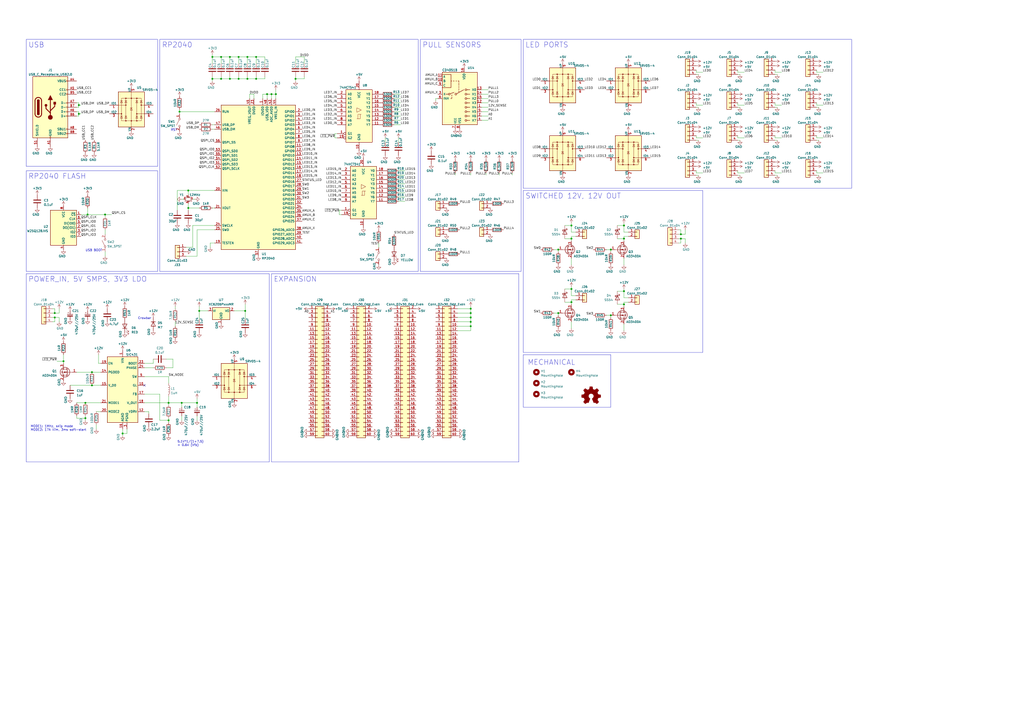
<source format=kicad_sch>
(kicad_sch (version 20230121) (generator eeschema)
  (paper "A2")
  (junction (at 53.34 223.52))
  (junction (at 128.27 33.02))
  (junction (at 354.33 182.88))
  (junction (at 123.19 45.72))
  (junction (at 128.27 45.72))
  (junction (at 273.05 181.61))
  (junction (at 157.48 54.61))
  (junction (at 273.05 184.15))
  (junction (at 273.05 189.23))
  (junction (at 354.33 144.78))
  (junction (at 160.02 54.61))
  (junction (at 97.79 243.84))
  (junction (at 143.51 45.72))
  (junction (at 45.72 60.96))
  (junction (at 331.47 138.43))
  (junction (at 138.43 45.72))
  (junction (at 133.35 33.02))
  (junction (at 49.53 233.68))
  (junction (at 50.8 124.46))
  (junction (at 148.59 45.72))
  (junction (at 331.47 130.81))
  (junction (at 114.3 233.68))
  (junction (at 394.97 138.43))
  (junction (at 273.05 179.07))
  (junction (at 394.97 135.89))
  (junction (at 109.22 110.49))
  (junction (at 115.57 180.34))
  (junction (at 45.72 66.04))
  (junction (at 71.12 251.46))
  (junction (at 142.24 180.34))
  (junction (at 105.41 233.68))
  (junction (at 331.47 167.64))
  (junction (at 361.95 130.81))
  (junction (at 53.34 215.9))
  (junction (at 49.53 242.57))
  (junction (at 331.47 175.26))
  (junction (at 323.85 144.78))
  (junction (at 148.59 33.02))
  (junction (at 361.95 168.91))
  (junction (at 123.19 33.02))
  (junction (at 109.22 120.65))
  (junction (at 31.75 184.15))
  (junction (at 36.83 209.55))
  (junction (at 361.95 138.43))
  (junction (at 154.94 54.61))
  (junction (at 138.43 33.02))
  (junction (at 273.05 186.69))
  (junction (at 143.51 33.02))
  (junction (at 97.79 233.68))
  (junction (at 133.35 45.72))
  (junction (at 104.14 64.77))
  (junction (at 60.96 124.46))
  (junction (at 171.45 45.72))
  (junction (at 361.95 176.53))
  (junction (at 323.85 181.61))
  (junction (at 31.75 181.61))
  (no_connect (at 83.82 223.52))
  (wire (pts (xy 121.92 140.97) (xy 121.92 143.51)))
  (wire (pts (xy 331.47 186.69) (xy 331.47 190.5)))
  (wire (pts (xy 97.79 233.68) (xy 105.41 233.68)))
  (wire (pts (xy 473.71 62.23) (xy 474.98 62.23)))
  (wire (pts (xy 123.19 31.75) (xy 123.19 33.02)))
  (wire (pts (xy 403.86 99.06) (xy 403.86 100.33)))
  (wire (pts (xy 473.71 101.6) (xy 474.98 101.6)))
  (wire (pts (xy 171.45 44.45) (xy 171.45 45.72)))
  (wire (pts (xy 153.67 33.02) (xy 153.67 36.83)))
  (wire (pts (xy 264.16 100.33) (xy 264.16 101.6)))
  (wire (pts (xy 114.3 231.14) (xy 114.3 233.68)))
  (wire (pts (xy 31.75 179.07) (xy 31.75 181.61)))
  (wire (pts (xy 55.88 238.76) (xy 58.42 238.76)))
  (wire (pts (xy 109.22 110.49) (xy 102.87 110.49)))
  (wire (pts (xy 273.05 184.15) (xy 273.05 181.61)))
  (wire (pts (xy 358.14 168.91) (xy 361.95 168.91)))
  (wire (pts (xy 109.22 120.65) (xy 109.22 121.92)))
  (wire (pts (xy 97.79 243.84) (xy 97.79 245.11)))
  (wire (pts (xy 361.95 167.64) (xy 361.95 168.91)))
  (wire (pts (xy 279.4 54.61) (xy 283.21 54.61)))
  (wire (pts (xy 228.6 57.15) (xy 232.41 57.15)))
  (wire (pts (xy 100.33 213.36) (xy 100.33 208.28)))
  (wire (pts (xy 153.67 45.72) (xy 153.67 44.45)))
  (wire (pts (xy 449.58 80.01) (xy 453.39 80.01)))
  (wire (pts (xy 114.3 241.3) (xy 114.3 243.84)))
  (wire (pts (xy 361.95 168.91) (xy 361.95 172.72)))
  (wire (pts (xy 109.22 110.49) (xy 109.22 113.03)))
  (wire (pts (xy 196.85 124.46) (xy 198.12 124.46)))
  (wire (pts (xy 83.82 210.82) (xy 88.9 210.82)))
  (wire (pts (xy 449.58 101.6) (xy 450.85 101.6)))
  (wire (pts (xy 34.29 179.07) (xy 34.29 181.61)))
  (wire (pts (xy 143.51 45.72) (xy 148.59 45.72)))
  (wire (pts (xy 45.72 64.77) (xy 45.72 66.04)))
  (wire (pts (xy 361.95 187.96) (xy 361.95 191.77)))
  (wire (pts (xy 228.6 59.69) (xy 232.41 59.69)))
  (wire (pts (xy 154.94 54.61) (xy 157.48 54.61)))
  (wire (pts (xy 171.45 45.72) (xy 176.53 45.72)))
  (wire (pts (xy 160.02 54.61) (xy 160.02 57.15)))
  (wire (pts (xy 104.14 64.77) (xy 124.46 64.77)))
  (wire (pts (xy 115.57 177.8) (xy 115.57 180.34)))
  (wire (pts (xy 53.34 223.52) (xy 58.42 223.52)))
  (wire (pts (xy 138.43 45.72) (xy 143.51 45.72)))
  (wire (pts (xy 351.79 182.88) (xy 354.33 182.88)))
  (wire (pts (xy 449.58 41.91) (xy 453.39 41.91)))
  (wire (pts (xy 397.51 138.43) (xy 397.51 140.97)))
  (wire (pts (xy 279.4 52.07) (xy 283.21 52.07)))
  (wire (pts (xy 83.82 233.68) (xy 97.79 233.68)))
  (wire (pts (xy 273.05 186.69) (xy 273.05 184.15)))
  (wire (pts (xy 228.6 72.39) (xy 232.41 72.39)))
  (wire (pts (xy 231.14 116.84) (xy 234.95 116.84)))
  (wire (pts (xy 45.72 66.04) (xy 46.99 66.04)))
  (wire (pts (xy 123.19 120.65) (xy 124.46 120.65)))
  (wire (pts (xy 327.66 130.81) (xy 331.47 130.81)))
  (wire (pts (xy 279.4 59.69) (xy 283.21 59.69)))
  (wire (pts (xy 361.95 137.16) (xy 361.95 138.43)))
  (wire (pts (xy 323.85 181.61) (xy 323.85 182.88)))
  (wire (pts (xy 393.7 140.97) (xy 394.97 140.97)))
  (wire (pts (xy 265.43 191.77) (xy 273.05 191.77)))
  (wire (pts (xy 88.9 208.28) (xy 88.9 210.82)))
  (wire (pts (xy 36.83 205.74) (xy 36.83 209.55)))
  (wire (pts (xy 473.71 80.01) (xy 477.52 80.01)))
  (wire (pts (xy 331.47 166.37) (xy 331.47 167.64)))
  (wire (pts (xy 231.14 106.68) (xy 234.95 106.68)))
  (wire (pts (xy 273.05 181.61) (xy 273.05 179.07)))
  (wire (pts (xy 143.51 33.02) (xy 148.59 33.02)))
  (wire (pts (xy 427.99 62.23) (xy 429.26 62.23)))
  (wire (pts (xy 327.66 138.43) (xy 331.47 138.43)))
  (wire (pts (xy 60.96 124.46) (xy 60.96 125.73)))
  (wire (pts (xy 331.47 129.54) (xy 331.47 130.81)))
  (wire (pts (xy 104.14 63.5) (xy 104.14 64.77)))
  (wire (pts (xy 44.45 67.31) (xy 45.72 67.31)))
  (wire (pts (xy 92.71 243.84) (xy 97.79 243.84)))
  (wire (pts (xy 473.71 43.18) (xy 474.98 43.18)))
  (wire (pts (xy 358.14 138.43) (xy 361.95 138.43)))
  (wire (pts (xy 114.3 148.59) (xy 107.95 148.59)))
  (wire (pts (xy 148.59 33.02) (xy 153.67 33.02)))
  (wire (pts (xy 102.87 110.49) (xy 102.87 121.92)))
  (wire (pts (xy 45.72 60.96) (xy 46.99 60.96)))
  (wire (pts (xy 403.86 78.74) (xy 403.86 80.01)))
  (wire (pts (xy 228.6 62.23) (xy 232.41 62.23)))
  (wire (pts (xy 361.95 138.43) (xy 361.95 139.7)))
  (wire (pts (xy 133.35 45.72) (xy 133.35 44.45)))
  (wire (pts (xy 361.95 176.53) (xy 361.95 177.8)))
  (wire (pts (xy 331.47 171.45) (xy 334.01 171.45)))
  (wire (pts (xy 219.71 140.97) (xy 219.71 143.51)))
  (wire (pts (xy 228.6 64.77) (xy 232.41 64.77)))
  (wire (pts (xy 403.86 41.91) (xy 407.67 41.91)))
  (wire (pts (xy 473.71 99.06) (xy 473.71 100.33)))
  (wire (pts (xy 449.58 100.33) (xy 453.39 100.33)))
  (wire (pts (xy 364.49 137.16) (xy 361.95 137.16)))
  (wire (pts (xy 194.31 80.01) (xy 195.58 80.01)))
  (wire (pts (xy 265.43 181.61) (xy 273.05 181.61)))
  (wire (pts (xy 97.79 242.57) (xy 97.79 243.84)))
  (wire (pts (xy 393.7 138.43) (xy 394.97 138.43)))
  (wire (pts (xy 105.41 115.57) (xy 106.68 115.57)))
  (wire (pts (xy 361.95 172.72) (xy 364.49 172.72)))
  (wire (pts (xy 473.71 78.74) (xy 473.71 80.01)))
  (wire (pts (xy 351.79 144.78) (xy 354.33 144.78)))
  (wire (pts (xy 279.4 62.23) (xy 283.21 62.23)))
  (wire (pts (xy 393.7 133.35) (xy 394.97 133.35)))
  (wire (pts (xy 53.34 215.9) (xy 58.42 215.9)))
  (wire (pts (xy 109.22 118.11) (xy 109.22 120.65)))
  (wire (pts (xy 135.89 180.34) (xy 142.24 180.34)))
  (wire (pts (xy 100.33 208.28) (xy 96.52 208.28)))
  (wire (pts (xy 281.94 100.33) (xy 281.94 101.6)))
  (wire (pts (xy 105.41 233.68) (xy 105.41 236.22)))
  (wire (pts (xy 73.66 251.46) (xy 73.66 248.92)))
  (wire (pts (xy 358.14 176.53) (xy 361.95 176.53)))
  (wire (pts (xy 34.29 181.61) (xy 31.75 181.61)))
  (wire (pts (xy 394.97 133.35) (xy 394.97 135.89)))
  (wire (pts (xy 289.56 100.33) (xy 289.56 101.6)))
  (wire (pts (xy 449.58 78.74) (xy 449.58 80.01)))
  (wire (pts (xy 449.58 59.69) (xy 449.58 60.96)))
  (wire (pts (xy 427.99 43.18) (xy 429.26 43.18)))
  (wire (pts (xy 403.86 100.33) (xy 407.67 100.33)))
  (wire (pts (xy 97.79 229.87) (xy 97.79 233.68)))
  (wire (pts (xy 427.99 80.01) (xy 431.8 80.01)))
  (wire (pts (xy 273.05 189.23) (xy 273.05 186.69)))
  (wire (pts (xy 55.88 246.38) (xy 55.88 248.92)))
  (wire (pts (xy 46.99 124.46) (xy 50.8 124.46)))
  (wire (pts (xy 403.86 62.23) (xy 405.13 62.23)))
  (wire (pts (xy 449.58 62.23) (xy 450.85 62.23)))
  (wire (pts (xy 228.6 54.61) (xy 232.41 54.61)))
  (wire (pts (xy 123.19 33.02) (xy 123.19 36.83)))
  (wire (pts (xy 449.58 60.96) (xy 453.39 60.96)))
  (wire (pts (xy 176.53 45.72) (xy 176.53 44.45)))
  (wire (pts (xy 334.01 137.16) (xy 331.47 137.16)))
  (wire (pts (xy 334.01 173.99) (xy 331.47 173.99)))
  (wire (pts (xy 254 57.15) (xy 252.73 57.15)))
  (wire (pts (xy 176.53 33.02) (xy 176.53 36.83)))
  (wire (pts (xy 265.43 184.15) (xy 273.05 184.15)))
  (wire (pts (xy 157.48 54.61) (xy 160.02 54.61)))
  (wire (pts (xy 36.83 209.55) (xy 36.83 210.82)))
  (wire (pts (xy 154.94 54.61) (xy 154.94 57.15)))
  (wire (pts (xy 354.33 144.78) (xy 354.33 146.05)))
  (wire (pts (xy 44.45 64.77) (xy 45.72 64.77)))
  (wire (pts (xy 133.35 33.02) (xy 138.43 33.02)))
  (wire (pts (xy 105.41 241.3) (xy 105.41 243.84)))
  (wire (pts (xy 111.76 115.57) (xy 113.03 115.57)))
  (wire (pts (xy 128.27 33.02) (xy 133.35 33.02)))
  (wire (pts (xy 97.79 233.68) (xy 97.79 234.95)))
  (wire (pts (xy 273.05 177.8) (xy 273.05 179.07)))
  (wire (pts (xy 123.19 72.39) (xy 124.46 72.39)))
  (wire (pts (xy 138.43 45.72) (xy 138.43 44.45)))
  (wire (pts (xy 142.24 176.53) (xy 142.24 180.34)))
  (wire (pts (xy 101.6 177.8) (xy 101.6 179.07)))
  (wire (pts (xy 331.47 138.43) (xy 331.47 139.7)))
  (wire (pts (xy 50.8 120.65) (xy 50.8 124.46)))
  (wire (pts (xy 44.45 233.68) (xy 49.53 233.68)))
  (wire (pts (xy 361.95 130.81) (xy 361.95 134.62)))
  (wire (pts (xy 327.66 175.26) (xy 331.47 175.26)))
  (wire (pts (xy 273.05 179.07) (xy 265.43 179.07)))
  (wire (pts (xy 361.95 134.62) (xy 364.49 134.62)))
  (wire (pts (xy 403.86 101.6) (xy 405.13 101.6)))
  (wire (pts (xy 473.71 81.28) (xy 474.98 81.28)))
  (wire (pts (xy 86.36 238.76) (xy 86.36 240.03)))
  (wire (pts (xy 231.14 104.14) (xy 234.95 104.14)))
  (wire (pts (xy 427.99 40.64) (xy 427.99 41.91)))
  (wire (pts (xy 128.27 45.72) (xy 133.35 45.72)))
  (wire (pts (xy 231.14 80.01) (xy 231.14 82.55)))
  (wire (pts (xy 143.51 33.02) (xy 143.51 36.83)))
  (wire (pts (xy 228.6 69.85) (xy 232.41 69.85)))
  (wire (pts (xy 144.78 57.15) (xy 144.78 54.61)))
  (wire (pts (xy 30.48 184.15) (xy 31.75 184.15)))
  (wire (pts (xy 427.99 60.96) (xy 431.8 60.96)))
  (wire (pts (xy 45.72 66.04) (xy 45.72 67.31)))
  (wire (pts (xy 144.78 54.61) (xy 147.32 54.61)))
  (wire (pts (xy 427.99 99.06) (xy 427.99 100.33)))
  (wire (pts (xy 265.43 189.23) (xy 273.05 189.23)))
  (wire (pts (xy 57.15 205.74) (xy 57.15 210.82)))
  (wire (pts (xy 449.58 40.64) (xy 449.58 41.91)))
  (wire (pts (xy 123.19 74.93) (xy 124.46 74.93)))
  (wire (pts (xy 323.85 144.78) (xy 323.85 146.05)))
  (wire (pts (xy 273.05 100.33) (xy 273.05 101.6)))
  (wire (pts (xy 115.57 180.34) (xy 115.57 185.42)))
  (wire (pts (xy 105.41 233.68) (xy 114.3 233.68)))
  (wire (pts (xy 30.48 186.69) (xy 31.75 186.69)))
  (wire (pts (xy 45.72 60.96) (xy 45.72 62.23)))
  (wire (pts (xy 45.72 59.69) (xy 45.72 60.96)))
  (wire (pts (xy 109.22 120.65) (xy 115.57 120.65)))
  (wire (pts (xy 228.6 67.31) (xy 232.41 67.31)))
  (wire (pts (xy 427.99 41.91) (xy 431.8 41.91)))
  (wire (pts (xy 297.18 100.33) (xy 297.18 101.6)))
  (wire (pts (xy 123.19 45.72) (xy 123.19 46.99)))
  (wire (pts (xy 361.95 149.86) (xy 361.95 153.67)))
  (wire (pts (xy 252.73 57.15) (xy 252.73 58.42)))
  (wire (pts (xy 279.4 69.85) (xy 283.21 69.85)))
  (wire (pts (xy 142.24 180.34) (xy 142.24 185.42)))
  (wire (pts (xy 114.3 133.35) (xy 114.3 148.59)))
  (wire (pts (xy 361.95 129.54) (xy 361.95 130.81)))
  (wire (pts (xy 473.71 59.69) (xy 473.71 60.96)))
  (wire (pts (xy 354.33 182.88) (xy 354.33 184.15)))
  (wire (pts (xy 124.46 140.97) (xy 121.92 140.97)))
  (wire (pts (xy 403.86 43.18) (xy 405.13 43.18)))
  (wire (pts (xy 44.45 59.69) (xy 45.72 59.69)))
  (wire (pts (xy 331.47 175.26) (xy 331.47 176.53)))
  (wire (pts (xy 124.46 130.81) (xy 111.76 130.81)))
  (wire (pts (xy 397.51 135.89) (xy 394.97 135.89)))
  (wire (pts (xy 427.99 59.69) (xy 427.99 60.96)))
  (wire (pts (xy 45.72 62.23) (xy 44.45 62.23)))
  (wire (pts (xy 114.3 233.68) (xy 114.3 236.22)))
  (wire (pts (xy 31.75 181.61) (xy 30.48 181.61)))
  (wire (pts (xy 331.47 137.16) (xy 331.47 138.43)))
  (wire (pts (xy 394.97 135.89) (xy 393.7 135.89)))
  (wire (pts (xy 231.14 114.3) (xy 234.95 114.3)))
  (wire (pts (xy 331.47 173.99) (xy 331.47 175.26)))
  (wire (pts (xy 397.51 133.35) (xy 397.51 135.89)))
  (wire (pts (xy 364.49 175.26) (xy 361.95 175.26)))
  (wire (pts (xy 223.52 80.01) (xy 223.52 82.55)))
  (wire (pts (xy 198.12 121.92) (xy 196.85 121.92)))
  (wire (pts (xy 231.14 111.76) (xy 234.95 111.76)))
  (wire (pts (xy 83.82 213.36) (xy 88.9 213.36)))
  (wire (pts (xy 31.75 184.15) (xy 34.29 184.15)))
  (wire (pts (xy 104.14 64.77) (xy 104.14 66.04)))
  (wire (pts (xy 60.96 146.05) (xy 60.96 148.59)))
  (wire (pts (xy 71.12 251.46) (xy 71.12 252.73)))
  (wire (pts (xy 138.43 33.02) (xy 138.43 36.83)))
  (wire (pts (xy 101.6 186.69) (xy 101.6 189.23)))
  (wire (pts (xy 473.71 41.91) (xy 477.52 41.91)))
  (wire (pts (xy 120.65 180.34) (xy 115.57 180.34)))
  (wire (pts (xy 403.86 81.28) (xy 405.13 81.28)))
  (wire (pts (xy 44.45 241.3) (xy 44.45 242.57)))
  (wire (pts (xy 124.46 133.35) (xy 114.3 133.35)))
  (wire (pts (xy 44.45 242.57) (xy 49.53 242.57)))
  (wire (pts (xy 40.64 223.52) (xy 53.34 223.52)))
  (wire (pts (xy 449.58 43.18) (xy 450.85 43.18)))
  (wire (pts (xy 111.76 143.51) (xy 107.95 143.51)))
  (wire (pts (xy 427.99 100.33) (xy 431.8 100.33)))
  (wire (pts (xy 231.14 109.22) (xy 234.95 109.22)))
  (wire (pts (xy 128.27 33.02) (xy 128.27 36.83)))
  (wire (pts (xy 231.14 99.06) (xy 234.95 99.06)))
  (wire (pts (xy 152.4 57.15) (xy 152.4 54.61)))
  (wire (pts (xy 273.05 191.77) (xy 273.05 189.23)))
  (wire (pts (xy 157.48 54.61) (xy 157.48 57.15)))
  (wire (pts (xy 427.99 101.6) (xy 429.26 101.6)))
  (wire (pts (xy 321.31 144.78) (xy 323.85 144.78)))
  (wire (pts (xy 49.53 241.3) (xy 49.53 242.57)))
  (wire (pts (xy 133.35 33.02) (xy 133.35 36.83)))
  (wire (pts (xy 403.86 80.01) (xy 407.67 80.01)))
  (wire (pts (xy 473.71 60.96) (xy 477.52 60.96)))
  (wire (pts (xy 331.47 167.64) (xy 331.47 171.45)))
  (wire (pts (xy 97.79 222.25) (xy 97.79 218.44)))
  (wire (pts (xy 231.14 101.6) (xy 234.95 101.6)))
  (wire (pts (xy 331.47 134.62) (xy 334.01 134.62)))
  (wire (pts (xy 133.35 45.72) (xy 138.43 45.72)))
  (wire (pts (xy 321.31 181.61) (xy 323.85 181.61)))
  (wire (pts (xy 279.4 67.31) (xy 283.21 67.31)))
  (wire (pts (xy 194.31 77.47) (xy 195.58 77.47)))
  (wire (pts (xy 123.19 33.02) (xy 128.27 33.02)))
  (wire (pts (xy 57.15 210.82) (xy 58.42 210.82)))
  (wire (pts (xy 83.82 238.76) (xy 86.36 238.76)))
  (wire (pts (xy 96.52 213.36) (xy 100.33 213.36)))
  (wire (pts (xy 279.4 64.77) (xy 283.21 64.77)))
  (wire (pts (xy 403.86 59.69) (xy 403.86 60.96)))
  (wire (pts (xy 473.71 40.64) (xy 473.71 41.91)))
  (wire (pts (xy 171.45 33.02) (xy 176.53 33.02)))
  (wire (pts (xy 331.47 130.81) (xy 331.47 134.62)))
  (wire (pts (xy 138.43 33.02) (xy 143.51 33.02)))
  (wire (pts (xy 83.82 228.6) (xy 92.71 228.6)))
  (wire (pts (xy 427.99 81.28) (xy 429.26 81.28)))
  (wire (pts (xy 394.97 138.43) (xy 397.51 138.43)))
  (wire (pts (xy 473.71 100.33) (xy 477.52 100.33)))
  (wire (pts (xy 60.96 133.35) (xy 60.96 135.89)))
  (wire (pts (xy 92.71 228.6) (xy 92.71 243.84)))
  (wire (pts (xy 50.8 124.46) (xy 60.96 124.46)))
  (wire (pts (xy 152.4 54.61) (xy 154.94 54.61)))
  (wire (pts (xy 128.27 45.72) (xy 128.27 44.45)))
  (wire (pts (xy 60.96 124.46) (xy 64.77 124.46)))
  (wire (pts (xy 34.29 184.15) (xy 34.29 186.69)))
  (wire (pts (xy 148.59 33.02) (xy 148.59 36.83)))
  (wire (pts (xy 71.12 248.92) (xy 71.12 251.46)))
  (wire (pts (xy 279.4 57.15) (xy 283.21 57.15)))
  (wire (pts (xy 111.76 130.81) (xy 111.76 143.51)))
  (wire (pts (xy 196.85 121.92) (xy 196.85 124.46)))
  (wire (pts (xy 327.66 167.64) (xy 331.47 167.64)))
  (wire (pts (xy 123.19 44.45) (xy 123.19 45.72)))
  (wire (pts (xy 148.59 45.72) (xy 148.59 44.45)))
  (wire (pts (xy 109.22 110.49) (xy 124.46 110.49)))
  (wire (pts (xy 394.97 140.97) (xy 394.97 138.43)))
  (wire (pts (xy 403.86 40.64) (xy 403.86 41.91)))
  (wire (pts (xy 171.45 45.72) (xy 171.45 46.99)))
  (wire (pts (xy 49.53 242.57) (xy 49.53 243.84)))
  (wire (pts (xy 449.58 99.06) (xy 449.58 100.33)))
  (wire (pts (xy 44.45 215.9) (xy 53.34 215.9)))
  (wire (pts (xy 147.32 54.61) (xy 147.32 57.15)))
  (wire (pts (xy 171.45 33.02) (xy 171.45 36.83)))
  (wire (pts (xy 160.02 52.07) (xy 160.02 54.61)))
  (wire (pts (xy 30.48 179.07) (xy 31.75 179.07)))
  (wire (pts (xy 97.79 218.44) (xy 83.82 218.44)))
  (wire (pts (xy 33.02 209.55) (xy 36.83 209.55)))
  (wire (pts (xy 49.53 233.68) (xy 58.42 233.68)))
  (wire (pts (xy 31.75 186.69) (xy 31.75 184.15)))
  (wire (pts (xy 143.51 45.72) (xy 143.51 44.45)))
  (wire (pts (xy 449.58 81.28) (xy 450.85 81.28)))
  (wire (pts (xy 123.19 45.72) (xy 128.27 45.72)))
  (wire (pts (xy 265.43 186.69) (xy 273.05 186.69)))
  (wire (pts (xy 361.95 175.26) (xy 361.95 176.53)))
  (wire (pts (xy 194.31 77.47) (xy 194.31 80.01)))
  (wire (pts (xy 331.47 149.86) (xy 331.47 153.67)))
  (wire (pts (xy 403.86 60.96) (xy 407.67 60.96)))
  (wire (pts (xy 427.99 78.74) (xy 427.99 80.01)))
  (wire (pts (xy 71.12 251.46) (xy 73.66 251.46)))
  (wire (pts (xy 358.14 130.81) (xy 361.95 130.81)))
  (wire (pts (xy 148.59 45.72) (xy 153.67 45.72)))
  (rectangle (start 92.71 22.86) (end 242.57 157.48))
  (rectangle (start 15.24 99.06) (end 91.44 157.48))
  (rectangle (start 15.24 22.86) (end 91.44 96.52))
  (rectangle (start 303.53 110.49) (end 407.67 204.47))
  (rectangle (start 303.53 22.86) (end 494.03 109.22))
  (rectangle (start 15.24 158.75) (end 156.21 267.97))
  (rectangle (start 303.53 205.74) (end 354.33 236.22))
  (rectangle (start 243.84 22.86) (end 302.26 157.48))
  (rectangle (start 157.48 158.75) (end 300.99 267.97))
  (text "SWITCHED 12V, 12V OUT" (at 304.8 115.57 0) (effects (font (size 3 3)) (justify left bottom)))
  (text "LED PORTS" (at 304.8 27.94 0) (effects (font (size 3 3)) (justify left bottom)))
  (text "RP2040 FLASH" (at 16.51 104.14 0) (effects (font (size 3 3)) (justify left bottom)))
  (text "Crowbar" (at 80.01 185.42 0) (effects (font (size 1.27 1.27)) (justify left bottom)))
  (text "MODE1: 1MHz, skip mode\nMODE2: 17A Ilim, 3ms soft-start" (at 17.78 250.19 0) (effects (font (size 1.27 1.27)) (justify left bottom)))
  (text "EXPANSION" (at 158.75 163.83 0) (effects (font (size 3 3)) (justify left bottom)))
  (text "5.1V*1/(1+7.5)\n= 0.6V (Vfb)" (at 102.87 259.08 0) (effects (font (size 1.27 1.27)) (justify left bottom)))
  (text "USB BOOT" (at 49.53 146.05 0) (effects (font (size 1.27 1.27)) (justify left bottom)))
  (text "USB" (at 16.51 27.94 0) (effects (font (size 3 3)) (justify left bottom)))
  (text "PULL SENSORS" (at 245.11 27.94 0) (effects (font (size 3 3)) (justify left bottom)))
  (text "MECHANICAL" (at 306.07 212.09 0) (effects (font (size 3 3)) (justify left bottom)))
  (text "RST" (at 99.06 76.2 0) (effects (font (size 1.27 1.27)) (justify left bottom)))
  (text "POWER_IN, 5V SMPS, 3V3 LDO" (at 16.51 163.83 0) (effects (font (size 3 3)) (justify left bottom)))
  (text "RP2040" (at 93.98 27.94 0) (effects (font (size 3 3)) (justify left bottom)))
  (label "SW0" (at 175.26 107.95 0))
  (label "STATUS_LED" (at 175.26 105.41 0))
  (label "LED8" (at 313.69 86.36 180))
  (label "PULL4" (at 292.1 133.35 0))
  (label "LED9_IN" (at 198.12 114.3 180))
  (label "LED15_IN" (at 198.12 99.06 180))
  (label "LED5_IN" (at 195.58 59.69 180))
  (label "PULL2" (at 283.21 54.61 0))
  (label "AMUX_B" (at 254 46.99 180))
  (label "SW1" (at 175.26 110.49 0))
  (label "QSPI_IO3" (at 46.99 137.16 0))
  (label "LED13" (at 477.52 60.96 0))
  (label "LED3" (at 232.41 64.77 0))
  (label "LED5" (at 431.8 60.96 0))
  (label "LED10" (at 453.39 80.01 0))
  (label "LED7" (at 431.8 100.33 0))
  (label "LED8" (at 234.95 116.84 0))
  (label "LED10" (at 234.95 111.76 0))
  (label "SW2" (at 175.26 113.03 0))
  (label "QSPI_IO2" (at 46.99 134.62 0))
  (label "AMUX_A" (at 254 44.45 180))
  (label "AMUX_X" (at 254 54.61 180))
  (label "LED6_IN" (at 195.58 57.15 180))
  (label "A1" (at 191.77 181.61 0))
  (label "LED6" (at 431.8 80.01 0))
  (label "LED0" (at 232.41 72.39 0))
  (label "LED14_IN" (at 198.12 101.6 180))
  (label "LED8_IN" (at 175.26 85.09 0))
  (label "PULL1" (at 273.05 101.6 180))
  (label "PULL2" (at 281.94 101.6 180))
  (label "TEST" (at 175.26 135.89 0))
  (label "LED10_IN" (at 175.26 90.17 0))
  (label "12V_SENSE" (at 283.21 62.23 0))
  (label "LED0" (at 407.67 41.91 0))
  (label "LED9" (at 313.69 91.44 180))
  (label "LED14" (at 377.19 86.36 0))
  (label "USB_CC2" (at 54.61 81.28 90))
  (label "LED6" (at 377.19 46.99 0))
  (label "LED5" (at 232.41 59.69 0))
  (label "STATUS_LED" (at 228.6 135.89 0))
  (label "USB_DM" (at 63.5 66.04 180))
  (label "LED0_IN" (at 195.58 72.39 180))
  (label "LED11_IN" (at 175.26 92.71 0))
  (label "LED3_IN" (at 175.26 72.39 0))
  (label "LED7" (at 232.41 54.61 0))
  (label "PULL1" (at 283.21 52.07 0))
  (label "AMUX_B" (at 175.26 125.73 0))
  (label "LED9" (at 234.95 114.3 0))
  (label "SW0" (at 313.69 144.78 180))
  (label "SW2" (at 344.17 144.78 180))
  (label "LED8_IN" (at 198.12 116.84 180))
  (label "LED6" (at 232.41 57.15 0))
  (label "PULL2" (at 266.7 133.35 0))
  (label "LED12_IN" (at 198.12 106.68 180))
  (label "LED10_IN" (at 198.12 111.76 180))
  (label "QSPI_IO1" (at 124.46 90.17 180))
  (label "A1" (at 283.21 69.85 0))
  (label "QSPI_CS" (at 64.77 124.46 0))
  (label "LED15" (at 377.19 91.44 0))
  (label "LED3" (at 407.67 100.33 0))
  (label "SW3" (at 175.26 115.57 0))
  (label "AMUX_X" (at 175.26 133.35 0))
  (label "LED12" (at 477.52 41.91 0))
  (label "LED4_IN" (at 175.26 74.93 0))
  (label "QSPI_CS" (at 124.46 82.55 180))
  (label "USB_CC2" (at 44.45 54.61 0))
  (label "PULL0" (at 264.16 101.6 180))
  (label "DVDD" (at 173.99 33.02 0))
  (label "PULL3" (at 292.1 118.11 0))
  (label "PULL0" (at 283.21 59.69 0))
  (label "LED3_IN" (at 195.58 64.77 180))
  (label "LED15" (at 477.52 100.33 0))
  (label "USB_DM" (at 115.57 74.93 180))
  (label "PULL4" (at 297.18 101.6 180))
  (label "12V_SENSE" (at 101.6 187.96 0))
  (label "LED4" (at 431.8 41.91 0))
  (label "QSPI_IO1" (at 46.99 132.08 0))
  (label "LED10" (at 339.09 86.36 0))
  (label "LED5_IN" (at 175.26 77.47 0))
  (label "PULL3" (at 289.56 101.6 180))
  (label "LED11" (at 234.95 109.22 0))
  (label "LED2_IN" (at 195.58 67.31 180))
  (label "LED7_IN" (at 195.58 54.61 180))
  (label "LED4" (at 232.41 62.23 0))
  (label "LED3" (at 339.09 52.07 0))
  (label "AMUX_C" (at 254 49.53 180))
  (label "QSPI_CLK" (at 46.99 127 0))
  (label "~{LED_PWR}" (at 33.02 209.55 180))
  (label "PULL1" (at 266.7 147.32 0))
  (label "QSPI_IO0" (at 46.99 129.54 0))
  (label "A0" (at 283.21 67.31 0))
  (label "USB_DP" (at 46.99 66.04 0))
  (label "QSPI_IO0" (at 124.46 87.63 180))
  (label "LED14" (at 234.95 101.6 0))
  (label "LED4" (at 351.79 46.99 180))
  (label "~{LED_PWR}" (at 194.31 80.01 180))
  (label "LED2" (at 232.41 67.31 0))
  (label "LED2" (at 339.09 46.99 0))
  (label "LED11" (at 453.39 100.33 0))
  (label "LED1_IN" (at 195.58 69.85 180))
  (label "LED15_IN" (at 175.26 102.87 0))
  (label "QSPI_IO2" (at 124.46 92.71 180))
  (label "LED1" (at 407.67 60.96 0))
  (label "LED4_IN" (at 195.58 62.23 180))
  (label "LED13" (at 351.79 91.44 180))
  (label "LED11" (at 339.09 91.44 0))
  (label "QSPI_IO3" (at 124.46 95.25 180))
  (label "LED14_IN" (at 175.26 100.33 0))
  (label "LED2_IN" (at 175.26 69.85 0))
  (label "USB_CC1" (at 44.45 52.07 0))
  (label "LED12" (at 351.79 86.36 180))
  (label "LED7_IN" (at 175.26 82.55 0))
  (label "AMUX_C" (at 175.26 128.27 0))
  (label "~{LED_PWR}" (at 196.85 123.19 180))
  (label "LED12_IN" (at 175.26 95.25 0))
  (label "LED7" (at 377.19 52.07 0))
  (label "LED0" (at 313.69 46.99 180))
  (label "LED1" (at 313.69 52.07 180))
  (label "LED13" (at 234.95 104.14 0))
  (label "LED12" (at 234.95 106.68 0))
  (label "QSPI_CLK" (at 124.46 97.79 180))
  (label "LED11_IN" (at 198.12 109.22 180))
  (label "PULL3" (at 283.21 57.15 0))
  (label "LED9_IN" (at 175.26 87.63 0))
  (label "DVDD" (at 144.78 54.61 0))
  (label "SW1" (at 313.69 181.61 180))
  (label "LED15" (at 234.95 99.06 0))
  (label "LED9" (at 453.39 60.96 0))
  (label "TEST" (at 219.71 142.24 180))
  (label "LED1_IN" (at 175.26 67.31 0))
  (label "LED13_IN" (at 198.12 104.14 180))
  (label "USB_DM" (at 46.99 60.96 0))
  (label "USB_DP" (at 115.57 72.39 180))
  (label "A0" (at 179.07 181.61 180))
  (label "LED1" (at 232.41 69.85 0))
  (label "LED13_IN" (at 175.26 97.79 0))
  (label "LED6_IN" (at 175.26 80.01 0))
  (label "LED8" (at 453.39 41.91 0))
  (label "USB_CC1" (at 49.53 81.28 90))
  (label "PULL4" (at 283.21 64.77 0))
  (label "SW3" (at 344.17 182.88 180))
  (label "AMUX_A" (at 175.26 123.19 0))
  (label "SW_NODE" (at 97.79 218.44 0))
  (label "LED2" (at 407.67 80.01 0))
  (label "PULL0" (at 266.7 118.11 0))
  (label "USB_DP" (at 63.5 60.96 180))
  (label "LED5" (at 351.79 52.07 180))
  (label "LED14" (at 477.52 80.01 0))
  (label "LED0_IN" (at 175.26 64.77 0))
  (symbol (lib_id "power:GND") (at 203.2 250.19 270) (unit 1)
    (property "Reference" "#PWR0143" (effects hide))
    (property "Value" "GND" (at 199.39 251.46 0) (effects (justify right)))
  )
  (symbol (lib_id "Device:R") (at 54.61 85.09 180) (unit 1)
    (property "Reference" "R4" (at 54.61 85.09 90))
    (property "Value" "5.1kR" (at 57.15 85.09 90))
    (property "Footprint" "Resistor_SMD:R_0402_1005Metric" (effects hide))
    (property "JLC" "C105872" (effects hide))
  )
  (symbol (lib_id "power:+12V") (at 62.23 179.07 0) (unit 1)
    (property "Reference" "#PWR035" (effects hide))
    (property "Value" "+12V" (at 62.23 175.26 0))
  )
  (symbol (lib_id "power:+12V") (at 403.86 73.66 270) (unit 1)
    (property "Reference" "#PWR054" (effects hide))
    (property "Value" "+12V" (at 407.67 74.295 90) (effects (justify left)))
  )
  (symbol (lib_id "power:GND") (at 364.49 101.6 0) (unit 1)
    (property "Reference" "#PWR0177" (effects hide))
    (property "Value" "GND" (at 365.76 105.41 0) (effects (justify right)))
  )
  (symbol (lib_id "Device:R") (at 224.79 59.69 90) (unit 1)
    (property "Reference" "R11" (at 229.87 58.42 90))
    (property "Value" "330R" (at 224.79 59.69 90))
    (property "Footprint" "Resistor_SMD:R_0402_1005Metric" (effects hide))
    (property "JLC" "C25104" (effects hide))
  )
  (symbol (lib_id "power:GND") (at 264.16 74.93 0) (unit 1)
    (property "Reference" "#PWR020" (effects hide))
    (property "Value" "GND" (at 265.43 78.74 0) (effects (justify right)))
  )
  (symbol (lib_id "power:+5V") (at 403.86 57.15 270) (unit 1)
    (property "Reference" "#PWR052" (effects hide))
    (property "Value" "+5V" (at 407.67 57.785 90) (effects (justify left)))
  )
  (symbol (lib_id "Device:R") (at 228.6 139.7 180) (unit 1)
    (property "Reference" "R54" (at 226.06 139.7 90))
    (property "Value" "330R" (at 228.6 139.7 90))
    (property "Footprint" "Resistor_SMD:R_0402_1005Metric" (effects hide))
    (property "JLC" "C25104" (effects hide))
  )
  (symbol (lib_id "power:+3V3") (at 289.56 92.71 0) (unit 1)
    (property "Reference" "#PWR049" (effects hide))
    (property "Value" "+3V3" (at 289.56 88.9 0))
  )
  (symbol (lib_id "power:GND") (at 40.64 231.14 0) (unit 1)
    (property "Reference" "#PWR071" (effects hide))
    (property "Value" "GND" (at 38.1 229.87 90) (effects (justify right)))
  )
  (symbol (lib_id "Device:C") (at 21.59 116.84 0) (unit 1)
    (property "Reference" "C3" (at 25.4 116.205 0) (effects (justify left)))
    (property "Value" "0.1uF" (at 25.4 118.745 0) (effects (justify left)))
    (property "Footprint" "Capacitor_SMD:C_0402_1005Metric" (effects hide))
    (property "JLC" "C1525" (effects hide))
  )
  (symbol (lib_id "Device:R") (at 354.33 187.96 0) (unit 1)
    (property "Reference" "R41" (at 354.33 187.96 90))
    (property "Value" "10kR" (at 351.79 187.96 90))
    (property "Footprint" "Resistor_SMD:R_0402_1005Metric" (effects hide))
    (property "JLC" "C25086" (effects hide))
  )
  (symbol (lib_id "power:GND") (at 101.6 196.85 0) (unit 1)
    (property "Reference" "#PWR0166" (effects hide))
    (property "Value" "GND" (at 99.06 195.58 90) (effects (justify right)))
  )
  (symbol (lib_id "Device:R") (at 101.6 182.88 0) (unit 1)
    (property "Reference" "R52" (at 101.6 182.88 90))
    (property "Value" "7.5kR" (at 99.06 182.88 90))
    (property "Footprint" "Resistor_SMD:R_0402_1005Metric" (effects hide))
    (property "JLC" "C25918" (effects hide))
  )
  (symbol (lib_id "power:GND") (at 266.7 74.93 0) (unit 1)
    (property "Reference" "#PWR021" (effects hide))
    (property "Value" "GND" (at 267.97 78.74 0) (effects (justify right)))
  )
  (symbol (lib_id "power:GND") (at 114.3 243.84 0) (unit 1)
    (property "Reference" "#PWR077" (effects hide))
    (property "Value" "GND" (at 111.76 242.57 90) (effects (justify right)))
  )
  (symbol (lib_id "Connector_Generic:Conn_01x04") (at 398.78 96.52 0) (mirror y) (unit 1)
    (property "Reference" "J4" (at 398.78 88.9 0))
    (property "Value" "Conn_01x04" (at 398.78 91.44 0))
    (property "Footprint" "M_Connectors:DB2ERC-3.5-4P" (effects hide))
    (property "JLC" "C395831" (effects hide))
  )
  (symbol (lib_id "power:+12V") (at 361.95 167.64 0) (unit 1)
    (property "Reference" "#PWR0131" (effects hide))
    (property "Value" "+12V" (at 361.95 163.83 0))
  )
  (symbol (lib_id "power:GND") (at 208.28 87.63 0) (unit 1)
    (property "Reference" "#PWR016" (effects hide))
    (property "Value" "GND" (at 209.55 91.44 0) (effects (justify right)))
  )
  (symbol (lib_id "power:GND") (at 250.19 95.25 0) (unit 1)
    (property "Reference" "#PWR034" (effects hide))
    (property "Value" "GND" (at 251.46 99.06 0) (effects (justify right)))
  )
  (symbol (lib_id "power:GND") (at 405.13 43.18 0) (unit 1)
    (property "Reference" "#PWR086" (effects hide))
    (property "Value" "GND" (at 406.4 46.99 0) (effects (justify right)))
  )
  (symbol (lib_id "power:+5V") (at 114.3 231.14 0) (unit 1)
    (property "Reference" "#PWR078" (effects hide))
    (property "Value" "+5V" (at 114.3 227.33 0))
  )
  (symbol (lib_id "Connector_Generic:Conn_01x04") (at 468.63 76.2 0) (mirror y) (unit 1)
    (property "Reference" "J15" (at 468.63 68.58 0))
    (property "Value" "Conn_01x04" (at 468.63 71.12 0))
    (property "Footprint" "M_Connectors:DB2ERC-3.5-4P" (effects hide))
    (property "JLC" "C395831" (effects hide))
  )
  (symbol (lib_id "power:+3V3") (at 160.02 52.07 0) (unit 1)
    (property "Reference" "#PWR05" (effects hide))
    (property "Value" "+3V3" (at 160.02 48.26 0))
  )
  (symbol (lib_id "power:+5V") (at 364.49 76.2 0) (unit 1)
    (property "Reference" "#PWR0173" (effects hide))
    (property "Value" "+5V" (at 364.49 72.39 0))
  )
  (symbol (lib_id "power:GND") (at 121.92 143.51 0) (unit 1)
    (property "Reference" "#PWR04" (effects hide))
    (property "Value" "GND" (at 119.38 142.24 90) (effects (justify right)))
  )
  (symbol (lib_id "power:+12V") (at 473.71 93.98 270) (unit 1)
    (property "Reference" "#PWR0110" (effects hide))
    (property "Value" "+12V" (at 477.52 94.615 90) (effects (justify left)))
  )
  (symbol (lib_id "power:GND") (at 429.26 62.23 0) (unit 1)
    (property "Reference" "#PWR089" (effects hide))
    (property "Value" "GND" (at 430.53 66.04 0) (effects (justify right)))
  )
  (symbol (lib_id "Connector_Generic:Conn_02x30_Odd_Even") (at 233.68 214.63 0) (unit 1)
    (property "Reference" "J31" (at 234.95 173.99 0))
    (property "Value" "Conn_02x30_Odd_Even" (at 234.95 176.53 0))
    (property "Footprint" "Connector_PinHeader_2.54mm:PinHeader_2x30_P2.54mm_Vertical" (effects hide))
  )
  (symbol (lib_id "Device:C") (at 109.22 125.73 0) (unit 1)
    (property "Reference" "C1" (at 113.03 125.095 0) (effects (justify left)))
    (property "Value" "30pF" (at 113.03 127.635 0) (effects (justify left)))
    (property "Footprint" "Capacitor_SMD:C_0402_1005Metric" (effects hide))
    (property "JLC" "C1570" (effects hide))
  )
  (symbol (lib_id "power:GND") (at 62.23 186.69 0) (unit 1)
    (property "Reference" "#PWR036" (effects hide))
    (property "Value" "GND" (at 59.69 185.42 90) (effects (justify right)))
  )
  (symbol (lib_id "Connector_Generic:Conn_01x02") (at 369.57 172.72 0) (unit 1)
    (property "Reference" "J27" (at 369.57 167.64 0))
    (property "Value" "Conn_01x02" (at 369.57 170.18 0))
    (property "Footprint" "M_Connectors:DB2ERC-3.5-2P" (effects hide))
    (property "LCSC" "C395830" (effects hide))
  )
  (symbol (lib_id "power:GND") (at 241.3 250.19 90) (unit 1)
    (property "Reference" "#PWR0141" (effects hide))
    (property "Value" "GND" (at 245.11 248.92 0) (effects (justify right)))
  )
  (symbol (lib_id "power:GND") (at 326.39 62.23 0) (unit 1)
    (property "Reference" "#PWR0174" (effects hide))
    (property "Value" "GND" (at 327.66 66.04 0) (effects (justify right)))
  )
  (symbol (lib_id "Device:R") (at 227.33 106.68 90) (unit 1)
    (property "Reference" "R21" (at 232.41 105.41 90))
    (property "Value" "330R" (at 227.33 106.68 90))
    (property "Footprint" "Resistor_SMD:R_0402_1005Metric" (effects hide))
    (property "JLC" "C25104" (effects hide))
  )
  (symbol (lib_id "Device:R") (at 55.88 242.57 0) (unit 1)
    (property "Reference" "R25" (at 55.88 242.57 90))
    (property "Value" "100kR" (at 53.34 242.57 90))
    (property "Footprint" "Resistor_SMD:R_0402_1005Metric" (effects hide))
    (property "JLC" "C25741" (effects hide))
  )
  (symbol (lib_id "Device:R") (at 60.96 129.54 180) (unit 1)
    (property "Reference" "R31" (at 60.96 129.54 90))
    (property "Value" "1kR" (at 63.5 129.54 90))
    (property "Footprint" "Resistor_SMD:R_0402_1005Metric" (effects hide))
    (property "JLC" "C11702" (effects hide))
  )
  (symbol (lib_id "Power_Protection:SRV05-4") (at 326.39 88.9 0) (unit 1)
    (property "Reference" "U11" (at 329.5397 76.2 0) (effects (justify left)))
    (property "Value" "SRV05-4" (at 332.74 77.47 0) (effects (justify left)))
    (property "Footprint" "Package_TO_SOT_SMD:SOT-23-6" (effects hide))
    (property "Datasheet" "http://www.onsemi.com/pub/Collateral/SRV05-4-D.PDF" (effects hide))
    (property "LCSC" "C85364" (effects hide))
  )
  (symbol (lib_id "power:GND") (at 284.48 135.89 0) (unit 1)
    (property "Reference" "#PWR0120" (effects hide))
    (property "Value" "GND" (at 285.75 139.7 0) (effects (justify right)))
  )
  (symbol (lib_id "Mechanical:MountingHole") (at 311.15 222.25 0) (unit 1)
    (property "Reference" "H2" (at 313.69 221.615 0) (effects (justify left)))
    (property "Value" "MountingHole" (at 313.69 224.155 0) (effects (justify left)))
    (property "Footprint" "MountingHole:MountingHole_3.5mm_Pad_Via" (effects hide))
  )
  (symbol (lib_id "Mechanical:MountingHole") (at 331.47 215.9 0) (unit 1)
    (property "Reference" "H4" (at 334.01 215.265 0) (effects (justify left)))
    (property "Value" "MountingHole" (at 334.01 217.805 0) (effects (justify left)))
    (property "Footprint" "MountingHole:MountingHole_3.5mm_Pad_Via" (effects hide))
  )
  (symbol (lib_id "Connector_Generic:Conn_01x02") (at 254 118.11 0) (mirror y) (unit 1)
    (property "Reference" "J17" (at 254 113.03 0))
    (property "Value" "Conn_01x02" (at 254 115.57 0))
    (property "Footprint" "M_Connectors:DB2ERC-3.5-2P" (effects hide))
    (property "LCSC" "C395830" (effects hide))
  )
  (symbol (lib_id "power:+12V") (at 40.64 180.34 0) (unit 1)
    (property "Reference" "#PWR083" (effects hide))
    (property "Value" "+12V" (at 40.64 176.53 0))
  )
  (symbol (lib_id "Transistor_FET:AO3400A") (at 39.37 215.9 0) (mirror y) (unit 1)
    (property "Reference" "Q1" (at 33.02 215.265 0) (effects (justify left)))
    (property "Value" "AO3400A" (at 33.02 217.805 0) (effects (justify left)))
    (property "Footprint" "Package_TO_SOT_SMD:SOT-23" (effects hide))
    (property "Datasheet" "http://www.aosmd.com/pdfs/datasheet/AO3400A.pdf" (effects hide))
    (property "JLC" "C20917" (effects hide))
  )
  (symbol (lib_id "Device:R") (at 297.18 96.52 180) (unit 1)
    (property "Reference" "R37" (at 294.64 96.52 90))
    (property "Value" "1.5kR" (at 297.18 96.52 90))
    (property "Footprint" "Resistor_SMD:R_0402_1005Metric" (effects hide))
    (property "JLC" "C25867" (effects hide))
  )
  (symbol (lib_id "Device:R") (at 227.33 111.76 90) (unit 1)
    (property "Reference" "R15" (at 232.41 110.49 90))
    (property "Value" "330R" (at 227.33 111.76 90))
    (property "Footprint" "Resistor_SMD:R_0402_1005Metric" (effects hide))
    (property "JLC" "C25104" (effects hide))
  )
  (symbol (lib_id "power:+12V") (at 449.58 73.66 270) (unit 1)
    (property "Reference" "#PWR096" (effects hide))
    (property "Value" "+12V" (at 453.39 74.295 90) (effects (justify left)))
  )
  (symbol (lib_id "SIC43x:SIC431") (at 71.12 226.06 0) (unit 1)
    (property "Reference" "U6" (at 73.0759 203.2 0) (effects (justify left)))
    (property "Value" "SIC431" (at 73.0759 205.74 0) (effects (justify left)))
    (property "Footprint" "M_SMPS:Vishay_PowerPAK_MLP44-24L_ThermalVias" (effects hide))
    (property "Datasheet" "https://www.vishay.com/docs/74589/sic431.pdf" (effects hide))
    (property "LCSC" "C2071422" (effects hide))
  )
  (symbol (lib_id "power:GND") (at 474.98 62.23 0) (unit 1)
    (property "Reference" "#PWR0113" (effects hide))
    (property "Value" "GND" (at 476.25 66.04 0) (effects (justify right)))
  )
  (symbol (lib_id "power:+5V") (at 191.77 179.07 270) (unit 1)
    (property "Reference" "#PWR0153" (effects hide))
    (property "Value" "+5V" (at 194.31 179.07 90) (effects (justify left)))
  )
  (symbol (lib_id "Power_Protection:SRV05-4") (at 135.89 220.98 0) (unit 1)
    (property "Reference" "U9" (at 139.0397 208.28 0) (effects (justify left)))
    (property "Value" "SRV05-4" (at 142.24 209.55 0) (effects (justify left)))
    (property "Footprint" "Package_TO_SOT_SMD:SOT-23-6" (effects hide))
    (property "Datasheet" "http://www.onsemi.com/pub/Collateral/SRV05-4-D.PDF" (effects hide))
    (property "LCSC" "C85364" (effects hide))
  )
  (symbol (lib_id "power:+3V3") (at 76.2 50.8 0) (unit 1)
    (property "Reference" "#PWR0160" (effects hide))
    (property "Value" "+3V3" (at 76.2 46.99 0))
  )
  (symbol (lib_id "power:+3V3") (at 264.16 92.71 0) (unit 1)
    (property "Reference" "#PWR046" (effects hide))
    (property "Value" "+3V3" (at 264.16 88.9 0))
  )
  (symbol (lib_id "power:GND") (at 36.83 144.78 0) (unit 1)
    (property "Reference" "#PWR09" (effects hide))
    (property "Value" "GND" (at 38.1 148.59 0) (effects (justify right)))
  )
  (symbol (lib_id "Connector_Generic:Conn_01x04") (at 388.62 135.89 0) (mirror y) (unit 1)
    (property "Reference" "J28" (at 388.62 128.27 0))
    (property "Value" "Conn_01x04" (at 388.62 130.81 0))
    (property "Footprint" "M_Connectors:DB2ERC-3.5-4P" (effects hide))
    (property "JLC" "C395831" (effects hide))
  )
  (symbol (lib_id "Device:C") (at 115.57 189.23 0) (unit 1)
    (property "Reference" "C24" (at 114.3 187.96 90) (effects (justify left)))
    (property "Value" "1uF" (at 116.84 187.96 90) (effects (justify left)))
    (property "Footprint" "Capacitor_SMD:C_0402_1005Metric" (effects hide))
    (property "JLC" "C52923" (effects hide))
  )
  (symbol (lib_id "Device:C") (at 123.19 40.64 0) (unit 1)
    (property "Reference" "C4" (at 121.92 39.37 90) (effects (justify left)))
    (property "Value" "0.1uF" (at 124.46 39.37 90) (effects (justify left)))
    (property "Footprint" "Capacitor_SMD:C_0402_1005Metric" (effects hide))
    (property "JLC" "C1525" (effects hide))
  )
  (symbol (lib_id "Device:C_Polarized_Small") (at 40.64 182.88 0) (unit 1)
    (property "Reference" "C21" (at 41.91 180.34 0) (effects (justify left)))
    (property "Value" "470uF//25V" (at 44.45 194.31 90) (effects (justify left)))
    (property "Footprint" "Capacitor_THT:CP_Radial_D6.3mm_P2.50mm" (effects hide))
    (property "JLC" "C2938714" (effects hide))
  )
  (symbol (lib_id "power:GND") (at 474.98 43.18 0) (unit 1)
    (property "Reference" "#PWR0112" (effects hide))
    (property "Value" "GND" (at 476.25 46.99 0) (effects (justify right)))
  )
  (symbol (lib_id "Regulator_Linear:XC6206PxxxMR") (at 128.27 180.34 0) (unit 1)
    (property "Reference" "U7" (at 128.27 173.99 0))
    (property "Value" "XC6206PxxxMR" (at 128.27 176.53 0))
    (property "Footprint" "Package_TO_SOT_SMD:SOT-23-3" (effects hide))
    (property "Datasheet" "https://www.torexsemi.com/file/xc6206/XC6206.pdf" (effects hide))
    (property "LCSC" "C5446" (effects hide))
  )
  (symbol (lib_id "power:+5V") (at 449.58 57.15 270) (unit 1)
    (property "Reference" "#PWR095" (effects hide))
    (property "Value" "+5V" (at 453.39 57.785 90) (effects (justify left)))
  )
  (symbol (lib_id "Device:C") (at 92.71 208.28 90) (unit 1)
    (property "Reference" "C20" (at 92.71 201.93 90))
    (property "Value" "0.1uF" (at 92.71 204.47 90))
    (property "Footprint" "Capacitor_SMD:C_0402_1005Metric" (effects hide))
    (property "JLC" "C307331" (effects hide))
  )
  (symbol (lib_id "power:GND") (at 113.03 115.57 90) (unit 1)
    (property "Reference" "#PWR01" (effects hide))
    (property "Value" "GND" (at 111.76 118.11 90) (effects (justify right)))
  )
  (symbol (lib_id "Connector_Generic:Conn_01x02") (at 254 147.32 0) (mirror y) (unit 1)
    (property "Reference" "J20" (at 254 142.24 0))
    (property "Value" "Conn_01x02" (at 254 144.78 0))
    (property "Footprint" "M_Connectors:DB2ERC-3.5-2P" (effects hide))
    (property "LCSC" "C395830" (effects hide))
  )
  (symbol (lib_id "power:GND") (at 259.08 149.86 0) (unit 1)
    (property "Reference" "#PWR0117" (effects hide))
    (property "Value" "GND" (at 260.35 153.67 0) (effects (justify right)))
  )
  (symbol (lib_id "power:+5V") (at 210.82 91.44 0) (unit 1)
    (property "Reference" "#PWR015" (effects hide))
    (property "Value" "+5V" (at 210.82 87.63 0))
  )
  (symbol (lib_id "power:+12V") (at 403.86 54.61 270) (unit 1)
    (property "Reference" "#PWR051" (effects hide))
    (property "Value" "+12V" (at 407.67 55.245 90) (effects (justify left)))
  )
  (symbol (lib_id "Device:C") (at 138.43 40.64 0) (unit 1)
    (property "Reference" "C7" (at 137.16 39.37 90) (effects (justify left)))
    (property "Value" "0.1uF" (at 139.7 39.37 90) (effects (justify left)))
    (property "Footprint" "Capacitor_SMD:C_0402_1005Metric" (effects hide))
    (property "JLC" "C1525" (effects hide))
  )
  (symbol (lib_id "power:GND") (at 60.96 148.59 0) (unit 1)
    (property "Reference" "#PWR038" (effects hide))
    (property "Value" "GND" (at 62.23 152.4 0) (effects (justify right)))
  )
  (symbol (lib_id "power:+12V") (at 449.58 93.98 270) (unit 1)
    (property "Reference" "#PWR098" (effects hide))
    (property "Value" "+12V" (at 453.39 94.615 90) (effects (justify left)))
  )
  (symbol (lib_id "Device:C") (at 62.23 182.88 0) (unit 1)
    (property "Reference" "C23" (at 63.5 185.42 0) (effects (justify left)))
    (property "Value" "4.7uF" (at 63.5 187.96 0) (effects (justify left)))
    (property "Footprint" "Capacitor_SMD:C_0603_1608Metric" (effects hide))
    (property "JLC" "C19666" (effects hide))
  )
  (symbol (lib_id "Device:LED") (at 228.6 147.32 90) (unit 1)
    (property "Reference" "D7" (at 232.41 148.2725 90) (effects (justify right)))
    (property "Value" "YELLOW" (at 232.41 150.8125 90) (effects (justify right)))
    (property "Footprint" "LED_SMD:LED_0603_1608Metric" (effects hide))
    (property "LCSC" "C72038" (effects hide))
  )
  (symbol (lib_id "power:+3V3") (at 297.18 92.71 0) (unit 1)
    (property "Reference" "#PWR050" (effects hide))
    (property "Value" "+3V3" (at 297.18 88.9 0))
  )
  (symbol (lib_id "power:+3V3") (at 135.89 208.28 0) (unit 1)
    (property "Reference" "#PWR0164" (effects hide))
    (property "Value" "+3V3" (at 135.89 204.47 0))
  )
  (symbol (lib_id "Connector_Generic:Conn_02x30_Odd_Even") (at 208.28 214.63 0) (unit 1)
    (property "Reference" "J30" (at 209.55 173.99 0))
    (property "Value" "Conn_02x30_Odd_Even" (at 209.55 176.53 0))
    (property "Footprint" "Connector_PinHeader_2.54mm:PinHeader_2x30_P2.54mm_Vertical" (effects hide))
  )
  (symbol (lib_id "power:GND") (at 450.85 101.6 0) (unit 1)
    (property "Reference" "#PWR0103" (effects hide))
    (property "Value" "GND" (at 452.12 105.41 0) (effects (justify right)))
  )
  (symbol (lib_id "power:GND") (at 450.85 81.28 0) (unit 1)
    (property "Reference" "#PWR0102" (effects hide))
    (property "Value" "GND" (at 452.12 85.09 0) (effects (justify right)))
  )
  (symbol (lib_id "MCU_RaspberryPi:RP2040") (at 149.86 102.87 0) (unit 1)
    (property "Reference" "U1" (at 151.8159 147.32 0) (effects (justify left)))
    (property "Value" "RP2040" (at 151.8159 149.86 0) (effects (justify left)))
    (property "Footprint" "Package_DFN_QFN:QFN-56-1EP_7x7mm_P0.4mm_EP3.2x3.2mm" (effects hide))
    (property "Datasheet" "https://datasheets.raspberrypi.com/rp2040/rp2040-datasheet.pdf" (effects hide))
    (property "JLC" "C2040" (effects hide))
  )
  (symbol (lib_id "Connector_Generic:Conn_01x04") (at 398.78 57.15 0) (mirror y) (unit 1)
    (property "Reference" "J2" (at 398.78 49.53 0))
    (property "Value" "Conn_01x04" (at 398.78 52.07 0))
    (property "Footprint" "M_Connectors:DB2ERC-3.5-4P" (effects hide))
    (property "JLC" "C395831" (effects hide))
  )
  (symbol (lib_id "Device:R") (at 49.53 237.49 0) (unit 1)
    (property "Reference" "R24" (at 49.53 237.49 90))
    (property "Value" "1MR" (at 46.99 237.49 90))
    (property "Footprint" "Resistor_SMD:R_0402_1005Metric" (effects hide))
    (property "JLC" "C26083" (effects hide))
  )
  (symbol (lib_id "Device:R") (at 288.29 118.11 270) (unit 1)
    (property "Reference" "R47" (at 288.29 115.57 90))
    (property "Value" "100R" (at 288.29 118.11 90))
    (property "Footprint" "Resistor_SMD:R_0402_1005Metric" (effects hide))
    (property "JLC" "C25076" (effects hide))
  )
  (symbol (lib_id "Device:R") (at 347.98 144.78 90) (unit 1)
    (property "Reference" "R44" (at 347.98 144.78 90))
    (property "Value" "100R" (at 347.98 147.32 90))
    (property "Footprint" "Resistor_SMD:R_0402_1005Metric" (effects hide))
    (property "JLC" "C25076" (effects hide))
  )
  (symbol (lib_id "power:+5V") (at 231.14 80.01 0) (unit 1)
    (property "Reference" "#PWR031" (effects hide))
    (property "Value" "+5V" (at 231.14 76.2 0))
  )
  (symbol (lib_id "power:+3V3") (at 104.14 55.88 0) (unit 1)
    (property "Reference" "#PWR040" (effects hide))
    (property "Value" "+3V3" (at 104.14 52.07 0))
  )
  (symbol (lib_id "Device:C") (at 102.87 125.73 0) (unit 1)
    (property "Reference" "C2" (at 97.79 124.46 0) (effects (justify left)))
    (property "Value" "30pF" (at 97.79 128.27 0) (effects (justify left)))
    (property "Footprint" "Capacitor_SMD:C_0402_1005Metric" (effects hide))
    (property "JLC" "C1570" (effects hide))
  )
  (symbol (lib_id "power:GND") (at 34.29 186.69 0) (unit 1)
    (property "Reference" "#PWR080" (effects hide))
    (property "Value" "GND" (at 36.83 190.5 0) (effects (justify right)))
  )
  (symbol (lib_id "Device:R") (at 119.38 72.39 90) (unit 1)
    (property "Reference" "R1" (at 119.38 72.39 90))
    (property "Value" "27R" (at 119.38 69.85 90))
    (property "Footprint" "Resistor_SMD:R_0603_1608Metric" (effects hide))
    (property "JLC" "C25190" (effects hide))
  )
  (symbol (lib_id "power:GND") (at 40.64 185.42 0) (unit 1)
    (property "Reference" "#PWR081" (effects hide))
    (property "Value" "GND" (at 38.1 184.15 90) (effects (justify right)))
  )
  (symbol (lib_id "power:GND") (at 354.33 191.77 0) (unit 1)
    (property "Reference" "#PWR0130" (effects hide))
    (property "Value" "GND" (at 355.6 195.58 0) (effects (justify right)))
  )
  (symbol (lib_id "Device:C") (at 40.64 227.33 0) (unit 1)
    (property "Reference" "C16" (at 44.45 226.695 0) (effects (justify left)))
    (property "Value" "1uF" (at 44.45 229.235 0) (effects (justify left)))
    (property "Footprint" "Capacitor_SMD:C_0402_1005Metric" (effects hide))
    (property "JLC" "C52923" (effects hide))
  )
  (symbol (lib_id "Transistor_FET:AO3400A") (at 359.41 144.78 0) (unit 1)
    (property "Reference" "Q3" (at 364.49 146.05 0) (effects (justify left)))
    (property "Value" "AO3400A" (at 363.22 148.59 0) (effects (justify left)))
    (property "Footprint" "Package_TO_SOT_SMD:SOT-23" (effects hide))
    (property "Datasheet" "http://www.aosmd.com/pdfs/datasheet/AO3400A.pdf" (effects hide))
    (property "LCSC" "C20917" (effects hide))
  )
  (symbol (lib_id "power:GND") (at 323.85 190.5 0) (unit 1)
    (property "Reference" "#PWR0127" (effects hide))
    (property "Value" "GND" (at 325.12 194.31 0) (effects (justify right)))
  )
  (symbol (lib_id "Device:C") (at 153.67 40.64 0) (unit 1)
    (property "Reference" "C10" (at 152.4 39.37 90) (effects (justify left)))
    (property "Value" "0.1uF" (at 154.94 39.37 90) (effects (justify left)))
    (property "Footprint" "Capacitor_SMD:C_0402_1005Metric" (effects hide))
    (property "JLC" "C1525" (effects hide))
  )
  (symbol (lib_id "power:GND") (at 97.79 252.73 0) (unit 1)
    (property "Reference" "#PWR075" (effects hide))
    (property "Value" "GND" (at 95.25 251.46 90) (effects (justify right)))
  )
  (symbol (lib_id "power:GND") (at 265.43 252.73 90) (unit 1)
    (property "Reference" "#PWR0138" (effects hide))
    (property "Value" "GND" (at 269.24 251.46 0) (effects (justify right)))
  )
  (symbol (lib_id "power:GND") (at 71.12 252.73 0) (unit 1)
    (property "Reference" "#PWR070" (effects hide))
    (property "Value" "GND" (at 68.58 251.46 90) (effects (justify right)))
  )
  (symbol (lib_id "Memory_Flash:W25Q128JVS") (at 36.83 132.08 0) (mirror y) (unit 1)
    (property "Reference" "U2" (at 27.94 131.445 0) (effects (justify left)))
    (property "Value" "W25Q128JVS" (at 27.94 133.985 0) (effects (justify left)))
    (property "Footprint" "Package_SO:SOIC-8_5.23x5.23mm_P1.27mm" (effects hide))
    (property "Datasheet" "http://www.winbond.com/resource-files/w25q128jv_dtr%20revc%2003272018%20plus.pdf" (effects hide))
    (property "JLC" "C97521" (effects hide))
  )
  (symbol (lib_id "Device:R") (at 49.53 85.09 180) (unit 1)
    (property "Reference" "R3" (at 49.53 85.09 90))
    (property "Value" "5.1kR" (at 52.07 85.09 90))
    (property "Footprint" "Resistor_SMD:R_0402_1005Metric" (effects hide))
    (property "JLC" "C105872" (effects hide))
  )
  (symbol (lib_id "Device:R") (at 219.71 137.16 0) (unit 1)
    (property "Reference" "R55" (at 219.71 137.16 90))
    (property "Value" "10kR" (at 217.17 137.16 90))
    (property "Footprint" "Resistor_SMD:R_0402_1005Metric" (effects hide))
    (property "JLC" "C25086" (effects hide))
  )
  (symbol (lib_id "Mechanical:MountingHole") (at 311.15 215.9 0) (unit 1)
    (property "Reference" "H1" (at 313.69 215.265 0) (effects (justify left)))
    (property "Value" "MountingHole" (at 313.69 217.805 0) (effects (justify left)))
    (property "Footprint" "MountingHole:MountingHole_3.5mm_Pad_Via" (effects hide))
  )
  (symbol (lib_id "Device:R") (at 347.98 182.88 90) (unit 1)
    (property "Reference" "R45" (at 347.98 182.88 90))
    (property "Value" "100R" (at 347.98 185.42 90))
    (property "Footprint" "Resistor_SMD:R_0402_1005Metric" (effects hide))
    (property "JLC" "C25076" (effects hide))
  )
  (symbol (lib_id "power:GND") (at 231.14 90.17 0) (unit 1)
    (property "Reference" "#PWR029" (effects hide))
    (property "Value" "GND" (at 232.41 93.98 0) (effects (justify right)))
  )
  (symbol (lib_id "Connector_Generic:Conn_01x04") (at 422.91 38.1 0) (mirror y) (unit 1)
    (property "Reference" "J5" (at 422.91 30.48 0))
    (property "Value" "Conn_01x04" (at 422.91 33.02 0))
    (property "Footprint" "M_Connectors:DB2ERC-3.5-4P" (effects hide))
    (property "JLC" "C395831" (effects hide))
  )
  (symbol (lib_id "Device:R") (at 273.05 96.52 180) (unit 1)
    (property "Reference" "R34" (at 270.51 96.52 90))
    (property "Value" "1.5kR" (at 273.05 96.52 90))
    (property "Footprint" "Resistor_SMD:R_0402_1005Metric" (effects hide))
    (property "JLC" "C25867" (effects hide))
  )
  (symbol (lib_id "Device:C") (at 171.45 40.64 0) (unit 1)
    (property "Reference" "C11" (at 170.18 39.37 90) (effects (justify left)))
    (property "Value" "0.1uF" (at 172.72 39.37 90) (effects (justify left)))
    (property "Footprint" "Capacitor_SMD:C_0402_1005Metric" (effects hide))
    (property "JLC" "C1525" (effects hide))
  )
  (symbol (lib_id "Device:R") (at 227.33 109.22 90) (unit 1)
    (property "Reference" "R14" (at 232.41 107.95 90))
    (property "Value" "330R" (at 227.33 109.22 90))
    (property "Footprint" "Resistor_SMD:R_0402_1005Metric" (effects hide))
    (property "JLC" "C25104" (effects hide))
  )
  (symbol (lib_id "Device:R") (at 323.85 149.86 0) (unit 1)
    (property "Reference" "R38" (at 323.85 149.86 90))
    (property "Value" "10kR" (at 321.31 149.86 90))
    (property "Footprint" "Resistor_SMD:R_0402_1005Metric" (effects hide))
    (property "JLC" "C25086" (effects hide))
  )
  (symbol (lib_id "Connector_Generic:Conn_01x04") (at 422.91 57.15 0) (mirror y) (unit 1)
    (property "Reference" "J6" (at 422.91 49.53 0))
    (property "Value" "Conn_01x04" (at 422.91 52.07 0))
    (property "Footprint" "M_Connectors:DB2ERC-3.5-4P" (effects hide))
    (property "JLC" "C395831" (effects hide))
  )
  (symbol (lib_id "power:+12V") (at 57.15 205.74 0) (unit 1)
    (property "Reference" "#PWR018" (effects hide))
    (property "Value" "+12V" (at 57.15 201.93 0))
  )
  (symbol (lib_id "Device:C") (at 223.52 86.36 0) (unit 1)
    (property "Reference" "C13" (at 222.25 85.09 90) (effects (justify left)))
    (property "Value" "0.1uF" (at 224.79 85.09 90) (effects (justify left)))
    (property "Footprint" "Capacitor_SMD:C_0402_1005Metric" (effects hide))
    (property "JLC" "C1525" (effects hide))
  )
  (symbol (lib_id "power:GND") (at 241.3 252.73 90) (unit 1)
    (property "Reference" "#PWR0142" (effects hide))
    (property "Value" "GND" (at 245.11 251.46 0) (effects (justify right)))
  )
  (symbol (lib_id "Device:C") (at 148.59 40.64 0) (unit 1)
    (property "Reference" "C9" (at 147.32 39.37 90) (effects (justify left)))
    (property "Value" "0.1uF" (at 149.86 39.37 90) (effects (justify left)))
    (property "Footprint" "Capacitor_SMD:C_0402_1005Metric" (effects hide))
    (property "JLC" "C1525" (effects hide))
  )
  (symbol (lib_id "Connector_Generic:Conn_01x04") (at 444.5 96.52 0) (mirror y) (unit 1)
    (property "Reference" "J12" (at 444.5 88.9 0))
    (property "Value" "Conn_01x04" (at 444.5 91.44 0))
    (property "Footprint" "M_Connectors:DB2ERC-3.5-4P" (effects hide))
    (property "JLC" "C395831" (effects hide))
  )
  (symbol (lib_id "74xx:74HCT541") (at 210.82 111.76 0) (unit 1)
    (property "Reference" "U4" (at 212.7759 93.98 0) (effects (justify left)))
    (property "Value" "74HCT541" (at 199.39 95.25 0) (effects (justify left)))
    (property "Footprint" "Package_SO:TSSOP-20_4.4x6.5mm_P0.65mm" (effects hide))
    (property "Datasheet" "http://www.ti.com/lit/gpn/sn74HCT541" (effects hide))
    (property "LCSC" "C436096" (effects hide))
  )
  (symbol (lib_id "Device:C") (at 143.51 40.64 0) (unit 1)
    (property "Reference" "C8" (at 142.24 39.37 90) (effects (justify left)))
    (property "Value" "0.1uF" (at 144.78 39.37 90) (effects (justify left)))
    (property "Footprint" "Capacitor_SMD:C_0402_1005Metric" (effects hide))
    (property "JLC" "C1525" (effects hide))
  )
  (symbol (lib_id "Power_Protection:SRV05-4") (at 326.39 49.53 0) (unit 1)
    (property "Reference" "U10" (at 329.5397 36.83 0) (effects (justify left)))
    (property "Value" "SRV05-4" (at 332.74 38.1 0) (effects (justify left)))
    (property "Footprint" "Package_TO_SOT_SMD:SOT-23-6" (effects hide))
    (property "Datasheet" "http://www.onsemi.com/pub/Collateral/SRV05-4-D.PDF" (effects hide))
    (property "LCSC" "C85364" (effects hide))
  )
  (symbol (lib_id "Connector_Generic:Conn_01x04") (at 444.5 57.15 0) (mirror y) (unit 1)
    (property "Reference" "J10" (at 444.5 49.53 0))
    (property "Value" "Conn_01x04" (at 444.5 52.07 0))
    (property "Footprint" "M_Connectors:DB2ERC-3.5-4P" (effects hide))
    (property "JLC" "C395831" (effects hide))
  )
  (symbol (lib_id "power:+3V3") (at 36.83 119.38 0) (unit 1)
    (property "Reference" "#PWR08" (effects hide))
    (property "Value" "+3V3" (at 36.83 115.57 0))
  )
  (symbol (lib_id "Device:R") (at 281.94 96.52 180) (unit 1)
    (property "Reference" "R35" (at 279.4 96.52 90))
    (property "Value" "1.5kR" (at 281.94 96.52 90))
    (property "Footprint" "Resistor_SMD:R_0402_1005Metric" (effects hide))
    (property "JLC" "C25867" (effects hide))
  )
  (symbol (lib_id "power:+12V") (at 403.86 35.56 270) (unit 1)
    (property "Reference" "#PWR067" (effects hide))
    (property "Value" "+12V" (at 407.67 36.195 90) (effects (justify left)))
  )
  (symbol (lib_id "power:GND") (at 21.59 120.65 0) (unit 1)
    (property "Reference" "#PWR025" (effects hide))
    (property "Value" "GND" (at 22.86 124.46 0) (effects (justify right)))
  )
  (symbol (lib_id "Connector_Generic:Conn_01x02") (at 254 133.35 0) (mirror y) (unit 1)
    (property "Reference" "J21" (at 254 128.27 0))
    (property "Value" "Conn_01x02" (at 254 130.81 0))
    (property "Footprint" "M_Connectors:DB2ERC-3.5-2P" (effects hide))
    (property "LCSC" "C395830" (effects hide))
  )
  (symbol (lib_id "power:+3V3") (at 269.24 39.37 0) (unit 1)
    (property "Reference" "#PWR022" (effects hide))
    (property "Value" "+3V3" (at 269.24 35.56 0))
  )
  (symbol (lib_id "Device:C_Polarized_Small") (at 105.41 238.76 0) (unit 1)
    (property "Reference" "C18" (at 106.68 236.22 0) (effects (justify left)))
    (property "Value" "470uF//25V" (at 107.95 252.73 90) (effects (justify left)))
    (property "Footprint" "Capacitor_THT:CP_Radial_D6.3mm_P2.50mm" (effects hide))
    (property "JLC" "C2938714" (effects hide))
  )
  (symbol (lib_id "Device:D_Schottky") (at 327.66 134.62 270) (unit 1)
    (property "Reference" "D1" (at 321.31 133.35 90) (effects (justify left)))
    (property "Value" "SS54" (at 320.04 135.89 90) (effects (justify left)))
    (property "Footprint" "Diode_SMD:D_SMA" (effects hide))
    (property "LCSC" "C22452" (effects hide))
  )
  (symbol (lib_id "Device:R") (at 44.45 237.49 0) (unit 1)
    (property "Reference" "R28" (at 44.45 237.49 90))
    (property "Value" "1MR" (at 41.91 237.49 90))
    (property "Footprint" "Resistor_SMD:R_0402_1005Metric" (effects hide))
    (property "JLC" "C26083" (effects hide))
  )
  (symbol (lib_id "Device:R") (at 317.5 181.61 90) (unit 1)
    (property "Reference" "R43" (at 317.5 181.61 90))
    (property "Value" "100R" (at 317.5 184.15 90))
    (property "Footprint" "Resistor_SMD:R_0402_1005Metric" (effects hide))
    (property "JLC" "C25076" (effects hide))
  )
  (symbol (lib_id "Device:C") (at 231.14 86.36 0) (unit 1)
    (property "Reference" "C14" (at 229.87 85.09 90) (effects (justify left)))
    (property "Value" "0.1uF" (at 232.41 85.09 90) (effects (justify left)))
    (property "Footprint" "Capacitor_SMD:C_0402_1005Metric" (effects hide))
    (property "JLC" "C1525" (effects hide))
  )
  (symbol (lib_id "Device:R") (at 323.85 186.69 0) (unit 1)
    (property "Reference" "R40" (at 323.85 186.69 90))
    (property "Value" "10kR" (at 321.31 186.69 90))
    (property "Footprint" "Resistor_SMD:R_0402_1005Metric" (effects hide))
    (property "JLC" "C25086" (effects hide))
  )
  (symbol (lib_id "Device:C") (at 133.35 40.64 0) (unit 1)
    (property "Reference" "C6" (at 132.08 39.37 90) (effects (justify left)))
    (property "Value" "0.1uF" (at 134.62 39.37 90) (effects (justify left)))
    (property "Footprint" "Capacitor_SMD:C_0402_1005Metric" (effects hide))
    (property "JLC" "C1525" (effects hide))
  )
  (symbol (lib_id "power:GND") (at 88.9 191.77 0) (unit 1)
    (property "Reference" "#PWR0162" (effects hide))
    (property "Value" "GND" (at 86.36 190.5 90) (effects (justify right)))
  )
  (symbol (lib_id "power:GND") (at 219.71 153.67 0) (unit 1)
    (property "Reference" "#PWR0179" (effects hide))
    (property "Value" "GND" (at 217.17 152.4 90) (effects (justify right)))
  )
  (symbol (lib_id "power:+12V") (at 88.9 184.15 0) (unit 1)
    (property "Reference" "#PWR0161" (effects hide))
    (property "Value" "+12V" (at 88.9 180.34 0))
  )
  (symbol (lib_id "Device:R") (at 224.79 62.23 90) (unit 1)
    (property "Reference" "R10" (at 229.87 60.96 90))
    (property "Value" "330R" (at 224.79 62.23 90))
    (property "Footprint" "Resistor_SMD:R_0402_1005Metric" (effects hide))
    (property "JLC" "C25104" (effects hide))
  )
  (symbol (lib_id "power:GND") (at 474.98 101.6 0) (unit 1)
    (property "Reference" "#PWR0115" (effects hide))
    (property "Value" "GND" (at 476.25 105.41 0) (effects (justify right)))
  )
  (symbol (lib_id "power:+12V") (at 273.05 177.8 0) (unit 1)
    (property "Reference" "#PWR0151" (effects hide))
    (property "Value" "+12V" (at 273.05 173.99 0))
  )
  (symbol (lib_id "power:GND") (at 252.73 250.19 270) (unit 1)
    (property "Reference" "#PWR0135" (effects hide))
    (property "Value" "GND" (at 248.92 251.46 0) (effects (justify right)))
  )
  (symbol (lib_id "power:GND") (at 191.77 252.73 90) (unit 1)
    (property "Reference" "#PWR0150" (effects hide))
    (property "Value" "GND" (at 195.58 251.46 0) (effects (justify right)))
  )
  (symbol (lib_id "Connector_Generic:Conn_02x30_Odd_Even") (at 257.81 214.63 0) (unit 1)
    (property "Reference" "J32" (at 259.08 173.99 0))
    (property "Value" "Conn_02x30_Odd_Even" (at 259.08 176.53 0))
    (property "Footprint" "Connector_PinHeader_2.54mm:PinHeader_2x30_P2.54mm_Vertical" (effects hide))
  )
  (symbol (lib_id "Device:C") (at 176.53 40.64 0) (unit 1)
    (property "Reference" "C12" (at 175.26 39.37 90) (effects (justify left)))
    (property "Value" "0.1uF" (at 177.8 39.37 90) (effects (justify left)))
    (property "Footprint" "Capacitor_SMD:C_0402_1005Metric" (effects hide))
    (property "JLC" "C1525" (effects hide))
  )
  (symbol (lib_id "Transistor_FET:AO3400A") (at 359.41 182.88 0) (unit 1)
    (property "Reference" "Q5" (at 364.49 184.15 0) (effects (justify left)))
    (property "Value" "AO3400A" (at 363.22 186.69 0) (effects (justify left)))
    (property "Footprint" "Package_TO_SOT_SMD:SOT-23" (effects hide))
    (property "Datasheet" "http://www.aosmd.com/pdfs/datasheet/AO3400A.pdf" (effects hide))
    (property "LCSC" "C20917" (effects hide))
  )
  (symbol (lib_id "power:+12V") (at 427.99 35.56 270) (unit 1)
    (property "Reference" "#PWR060" (effects hide))
    (property "Value" "+12V" (at 431.8 36.195 90) (effects (justify left)))
  )
  (symbol (lib_id "power:+3V3") (at 50.8 113.03 0) (unit 1)
    (property "Reference" "#PWR037" (effects hide))
    (property "Value" "+3V3" (at 50.8 109.22 0))
  )
  (symbol (lib_id "power:+5V") (at 473.71 96.52 270) (unit 1)
    (property "Reference" "#PWR0111" (effects hide))
    (property "Value" "+5V" (at 477.52 97.155 90) (effects (justify left)))
  )
  (symbol (lib_id "Device:R") (at 288.29 133.35 270) (unit 1)
    (property "Reference" "R46" (at 288.29 130.81 90))
    (property "Value" "100R" (at 288.29 133.35 90))
    (property "Footprint" "Resistor_SMD:R_0402_1005Metric" (effects hide))
    (property "JLC" "C25076" (effects hide))
  )
  (symbol (lib_id "power:GND") (at 123.19 46.99 0) (unit 1)
    (property "Reference" "#PWR027" (effects hide))
    (property "Value" "GND" (at 124.46 50.8 0) (effects (justify right)))
  )
  (symbol (lib_id "Device:C_Polarized_Small") (at 114.3 238.76 0) (unit 1)
    (property "Reference" "C19" (at 115.57 236.22 0) (effects (justify left)))
    (property "Value" "470uF//25V" (at 116.84 252.73 90) (effects (justify left)))
    (property "Footprint" "Capacitor_THT:CP_Radial_D6.3mm_P2.50mm" (effects hide))
    (property "JLC" "C2938714" (effects hide))
  )
  (symbol (lib_id "power:GND") (at 259.08 135.89 0) (unit 1)
    (property "Reference" "#PWR0118" (effects hide))
    (property "Value" "GND" (at 260.35 139.7 0) (effects (justify right)))
  )
  (symbol (lib_id "power:GND") (at 323.85 153.67 0) (unit 1)
    (property "Reference" "#PWR0121" (effects hide))
    (property "Value" "GND" (at 325.12 157.48 0) (effects (justify right)))
  )
  (symbol (lib_id "power:+5V") (at 203.2 179.07 90) (unit 1)
    (property "Reference" "#PWR0154" (effects hide))
    (property "Value" "+5V" (at 201.93 180.34 90) (effects (justify left)))
  )
  (symbol (lib_id "power:GND") (at 210.82 132.08 0) (unit 1)
    (property "Reference" "#PWR019" (effects hide))
    (property "Value" "GND" (at 212.09 135.89 0) (effects (justify right)))
  )
  (symbol (lib_id "Power_Protection:SRV05-4") (at 364.49 88.9 0) (unit 1)
    (property "Reference" "U13" (at 367.6397 76.2 0) (effects (justify left)))
    (property "Value" "SRV05-4" (at 370.84 77.47 0) (effects (justify left)))
    (property "Footprint" "Package_TO_SOT_SMD:SOT-23-6" (effects hide))
    (property "Datasheet" "http://www.onsemi.com/pub/Collateral/SRV05-4-D.PDF" (effects hide))
    (property "LCSC" "C85364" (effects hide))
  )
  (symbol (lib_id "power:+3V3") (at 281.94 92.71 0) (unit 1)
    (property "Reference" "#PWR048" (effects hide))
    (property "Value" "+3V3" (at 281.94 88.9 0))
  )
  (symbol (lib_id "Connector_Generic:Conn_01x02") (at 369.57 134.62 0) (unit 1)
    (property "Reference" "J25" (at 369.57 129.54 0))
    (property "Value" "Conn_01x02" (at 369.57 132.08 0))
    (property "Footprint" "M_Connectors:DB2ERC-3.5-2P" (effects hide))
    (property "LCSC" "C395830" (effects hide))
  )
  (symbol (lib_id "Device:R") (at 36.83 201.93 0) (unit 1)
    (property "Reference" "R23" (at 36.83 201.93 90))
    (property "Value" "1kR" (at 34.29 201.93 90))
    (property "Footprint" "Resistor_SMD:R_0402_1005Metric" (effects hide))
    (property "JLC" "C11702" (effects hide))
  )
  (symbol (lib_id "power:GND") (at 171.45 46.99 0) (unit 1)
    (property "Reference" "#PWR028" (effects hide))
    (property "Value" "GND" (at 172.72 50.8 0) (effects (justify right)))
  )
  (symbol (lib_id "power:+12V") (at 50.8 180.34 0) (unit 1)
    (property "Reference" "#PWR084" (effects hide))
    (property "Value" "+12V" (at 50.8 176.53 0))
  )
  (symbol (lib_id "power:+3V3") (at 273.05 92.71 0) (unit 1)
    (property "Reference" "#PWR047" (effects hide))
    (property "Value" "+3V3" (at 273.05 88.9 0))
  )
  (symbol (lib_id "Device:R") (at 97.79 238.76 0) (unit 1)
    (property "Reference" "R27" (at 97.79 238.76 90))
    (property "Value" "7.5kR" (at 95.25 238.76 90))
    (property "Footprint" "Resistor_SMD:R_0402_1005Metric" (effects hide))
    (property "JLC" "C25918" (effects hide))
  )
  (symbol (lib_id "power:GND") (at 405.13 62.23 0) (unit 1)
    (property "Reference" "#PWR053" (effects hide))
    (property "Value" "GND" (at 406.4 66.04 0) (effects (justify right)))
  )
  (symbol (lib_id "power:+5V") (at 326.39 36.83 0) (unit 1)
    (property "Reference" "#PWR0169" (effects hide))
    (property "Value" "+5V" (at 326.39 33.02 0))
  )
  (symbol (lib_id "Device:R") (at 119.38 120.65 270) (unit 1)
    (property "Reference" "R5" (at 119.38 120.65 90))
    (property "Value" "1kR" (at 119.38 118.11 90))
    (property "Footprint" "Resistor_SMD:R_0402_1005Metric" (effects hide))
    (property "JLC" "C11702" (effects hide))
  )
  (symbol (lib_id "Device:R") (at 227.33 99.06 90) (unit 1)
    (property "Reference" "R18" (at 232.41 97.79 90))
    (property "Value" "330R" (at 227.33 99.06 90))
    (property "Footprint" "Resistor_SMD:R_0402_1005Metric" (effects hide))
    (property "JLC" "C25104" (effects hide))
  )
  (symbol (lib_id "power:+3V3") (at 142.24 176.53 0) (unit 1)
    (property "Reference" "#PWR045" (effects hide))
    (property "Value" "+3V3" (at 142.24 172.72 0))
  )
  (symbol (lib_id "power:GND") (at 331.47 190.5 0) (unit 1)
    (property "Reference" "#PWR0129" (effects hide))
    (property "Value" "GND" (at 332.74 194.31 0) (effects (justify right)))
  )
  (symbol (lib_id "Device:R") (at 101.6 193.04 0) (unit 1)
    (property "Reference" "R51" (at 101.6 193.04 90))
    (property "Value" "1kR" (at 99.06 193.04 90))
    (property "Footprint" "Resistor_SMD:R_0402_1005Metric" (effects hide))
    (property "JLC" "C11702" (effects hide))
  )
  (symbol (lib_id "Connector_Generic:Conn_01x04") (at 398.78 76.2 0) (mirror y) (unit 1)
    (property "Reference" "J3" (at 398.78 68.58 0))
    (property "Value" "Conn_01x04" (at 398.78 71.12 0))
    (property "Footprint" "M_Connectors:DB2ERC-3.5-4P" (effects hide))
    (property "JLC" "C395831" (effects hide))
  )
  (symbol (lib_id "power:GND") (at 215.9 250.19 90) (unit 1)
    (property "Reference" "#PWR0145" (effects hide))
    (property "Value" "GND" (at 219.71 248.92 0) (effects (justify right)))
  )
  (symbol (lib_id "power:+12V") (at 449.58 35.56 270) (unit 1)
    (property "Reference" "#PWR092" (effects hide))
    (property "Value" "+12V" (at 453.39 36.195 90) (effects (justify left)))
  )
  (symbol (lib_id "Transistor_FET:AO3400A") (at 328.93 144.78 0) (unit 1)
    (property "Reference" "Q2" (at 334.01 146.05 0) (effects (justify left)))
    (property "Value" "AO3400A" (at 332.74 148.59 0) (effects (justify left)))
    (property "Footprint" "Package_TO_SOT_SMD:SOT-23" (effects hide))
    (property "Datasheet" "http://www.aosmd.com/pdfs/datasheet/AO3400A.pdf" (effects hide))
    (property "LCSC" "C20917" (effects hide))
  )
  (symbol (lib_id "power:GND") (at 50.8 185.42 0) (unit 1)
    (property "Reference" "#PWR082" (effects hide))
    (property "Value" "GND" (at 48.26 184.15 90) (effects (justify right)))
  )
  (symbol (lib_id "power:GND") (at 115.57 193.04 0) (unit 1)
    (property "Reference" "#PWR041" (effects hide))
    (property "Value" "GND" (at 113.03 191.77 90) (effects (justify right)))
  )
  (symbol (lib_id "Connector_Generic:Conn_01x04") (at 422.91 76.2 0) (mirror y) (unit 1)
    (property "Reference" "J7" (at 422.91 68.58 0))
    (property "Value" "Conn_01x04" (at 422.91 71.12 0))
    (property "Footprint" "M_Connectors:DB2ERC-3.5-4P" (effects hide))
    (property "JLC" "C395831" (effects hide))
  )
  (symbol (lib_id "power:+5V") (at 449.58 38.1 270) (unit 1)
    (property "Reference" "#PWR093" (effects hide))
    (property "Value" "+5V" (at 453.39 38.735 90) (effects (justify left)))
  )
  (symbol (lib_id "power:GND") (at 429.26 43.18 0) (unit 1)
    (property "Reference" "#PWR088" (effects hide))
    (property "Value" "GND" (at 430.53 46.99 0) (effects (justify right)))
  )
  (symbol (lib_id "power:GND") (at 102.87 129.54 0) (unit 1)
    (property "Reference" "#PWR010" (effects hide))
    (property "Value" "GND" (at 104.14 133.35 0) (effects (justify right)))
  )
  (symbol (lib_id "Device:D_Schottky") (at 327.66 171.45 270) (unit 1)
    (property "Reference" "D3" (at 321.31 170.18 90) (effects (justify left)))
    (property "Value" "SS54" (at 320.04 172.72 90) (effects (justify left)))
    (property "Footprint" "Diode_SMD:D_SMA" (effects hide))
    (property "LCSC" "C22452" (effects hide))
  )
  (symbol (lib_id "Device:D_Schottky") (at 358.14 134.62 270) (unit 1)
    (property "Reference" "D2" (at 351.79 133.35 90) (effects (justify left)))
    (property "Value" "SS54" (at 350.52 135.89 90) (effects (justify left)))
    (property "Footprint" "Diode_SMD:D_SMA" (effects hide))
    (property "LCSC" "C22452" (effects hide))
  )
  (symbol (lib_id "power:GND") (at 109.22 129.54 0) (unit 1)
    (property "Reference" "#PWR011" (effects hide))
    (property "Value" "GND" (at 110.49 133.35 0) (effects (justify right)))
  )
  (symbol (lib_id "power:+12V") (at 331.47 166.37 0) (unit 1)
    (property "Reference" "#PWR0128" (effects hide))
    (property "Value" "+12V" (at 331.47 162.56 0))
  )
  (symbol (lib_id "power:GND") (at 54.61 88.9 0) (unit 1)
    (property "Reference" "#PWR013" (effects hide))
    (property "Value" "GND" (at 55.88 92.71 0) (effects (justify right)))
  )
  (symbol (lib_id "power:GND") (at 331.47 153.67 0) (unit 1)
    (property "Reference" "#PWR0122" (effects hide))
    (property "Value" "GND" (at 332.74 157.48 0) (effects (justify right)))
  )
  (symbol (lib_id "power:+12V") (at 473.71 35.56 270) (unit 1)
    (property "Reference" "#PWR0104" (effects hide))
    (property "Value" "+12V" (at 477.52 36.195 90) (effects (justify left)))
  )
  (symbol (lib_id "Connector_Generic:Conn_01x04") (at 25.4 181.61 0) (mirror y) (unit 1)
    (property "Reference" "J18" (at 25.4 173.99 0))
    (property "Value" "Conn_01x04" (at 25.4 176.53 0))
    (property "Footprint" "M_Connectors:DB2ERC-3.5-4P" (effects hide))
    (property "JLC" "C395831" (effects hide))
  )
  (symbol (lib_id "power:GND") (at 142.24 193.04 0) (unit 1)
    (property "Reference" "#PWR043" (effects hide))
    (property "Value" "GND" (at 139.7 191.77 90) (effects (justify right)))
  )
  (symbol (lib_id "power:GND") (at 265.43 250.19 90) (unit 1)
    (property "Reference" "#PWR0137" (effects hide))
    (property "Value" "GND" (at 269.24 248.92 0) (effects (justify right)))
  )
  (symbol (lib_id "power:GND") (at 135.89 233.68 0) (unit 1)
    (property "Reference" "#PWR0163" (effects hide))
    (property "Value" "GND" (at 133.35 232.41 90) (effects (justify right)))
  )
  (symbol (lib_id "power:GND") (at 228.6 252.73 270) (unit 1)
    (property "Reference" "#PWR0140" (effects hide))
    (property "Value" "GND" (at 224.79 254 0) (effects (justify right)))
  )
  (symbol (lib_id "Transistor_FET:AO3400A") (at 328.93 181.61 0) (unit 1)
    (property "Reference" "Q4" (at 334.01 182.88 0) (effects (justify left)))
    (property "Value" "AO3400A" (at 332.74 185.42 0) (effects (justify left)))
    (property "Footprint" "Package_TO_SOT_SMD:SOT-23" (effects hide))
    (property "Datasheet" "http://www.aosmd.com/pdfs/datasheet/AO3400A.pdf" (effects hide))
    (property "LCSC" "C20917" (effects hide))
  )
  (symbol (lib_id "power:GND") (at 284.48 120.65 0) (unit 1)
    (property "Reference" "#PWR0119" (effects hide))
    (property "Value" "GND" (at 285.75 124.46 0) (effects (justify right)))
  )
  (symbol (lib_id "power:GND") (at 259.08 120.65 0) (unit 1)
    (property "Reference" "#PWR0116" (effects hide))
    (property "Value" "GND" (at 260.35 124.46 0) (effects (justify right)))
  )
  (symbol (lib_id "Device:R") (at 72.39 181.61 180) (unit 1)
    (property "Reference" "R53" (at 72.39 181.61 90))
    (property "Value" "1kR" (at 74.93 181.61 90))
    (property "Footprint" "Resistor_SMD:R_0402_1005Metric" (effects hide))
    (property "JLC" "C11702" (effects hide))
  )
  (symbol (lib_id "power:+5V") (at 473.71 38.1 270) (unit 1)
    (property "Reference" "#PWR0105" (effects hide))
    (property "Value" "+5V" (at 477.52 38.735 90) (effects (justify left)))
  )
  (symbol (lib_id "power:+5V") (at 326.39 76.2 0) (unit 1)
    (property "Reference" "#PWR0172" (effects hide))
    (property "Value" "+5V" (at 326.39 72.39 0))
  )
  (symbol (lib_id "power:GND") (at 215.9 252.73 90) (unit 1)
    (property "Reference" "#PWR0146" (effects hide))
    (property "Value" "GND" (at 219.71 251.46 0) (effects (justify right)))
  )
  (symbol (lib_id "Connector_Generic:Conn_01x04") (at 398.78 38.1 0) (mirror y) (unit 1)
    (property "Reference" "J19" (at 398.78 30.48 0))
    (property "Value" "Conn_01x04" (at 398.78 33.02 0))
    (property "Footprint" "M_Connectors:DB2ERC-3.5-4P" (effects hide))
    (property "JLC" "C395831" (effects hide))
  )
  (symbol (lib_id "power:GND") (at 429.26 101.6 0) (unit 1)
    (property "Reference" "#PWR091" (effects hide))
    (property "Value" "GND" (at 430.53 105.41 0) (effects (justify right)))
  )
  (symbol (lib_id "power:+12V") (at 427.99 93.98 270) (unit 1)
    (property "Reference" "#PWR066" (effects hide))
    (property "Value" "+12V" (at 431.8 94.615 90) (effects (justify left)))
  )
  (symbol (lib_id "power:GND") (at 179.07 250.19 270) (unit 1)
    (property "Reference" "#PWR0147" (effects hide))
    (property "Value" "GND" (at 175.26 251.46 0) (effects (justify right)))
  )
  (symbol (lib_id "power:GND") (at 128.27 187.96 0) (unit 1)
    (property "Reference" "#PWR042" (effects hide))
    (property "Value" "GND" (at 125.73 186.69 90) (effects (justify right)))
  )
  (symbol (lib_id "power:+3V3") (at 250.19 87.63 0) (unit 1)
    (property "Reference" "#PWR032" (effects hide))
    (property "Value" "+3V3" (at 250.19 83.82 0))
  )
  (symbol (lib_id "Connector_Generic:Conn_01x04") (at 468.63 96.52 0) (mirror y) (unit 1)
    (property "Reference" "J16" (at 468.63 88.9 0))
    (property "Value" "Conn_01x04" (at 468.63 91.44 0))
    (property "Footprint" "M_Connectors:DB2ERC-3.5-4P" (effects hide))
    (property "JLC" "C395831" (effects hide))
  )
  (symbol (lib_id "power:GND") (at 361.95 191.77 0) (unit 1)
    (property "Reference" "#PWR0132" (effects hide))
    (property "Value" "GND" (at 363.22 195.58 0) (effects (justify right)))
  )
  (symbol (lib_id "Device:R") (at 317.5 144.78 90) (unit 1)
    (property "Reference" "R42" (at 317.5 144.78 90))
    (property "Value" "100R" (at 317.5 147.32 90))
    (property "Footprint" "Resistor_SMD:R_0402_1005Metric" (effects hide))
    (property "JLC" "C25076" (effects hide))
  )
  (symbol (lib_id "power:GND") (at 29.21 85.09 0) (unit 1)
    (property "Reference" "#PWR07" (effects hide))
    (property "Value" "GND" (at 30.48 88.9 0) (effects (justify right)))
  )
  (symbol (lib_id "Device:R") (at 224.79 57.15 90) (unit 1)
    (property "Reference" "R12" (at 229.87 55.88 90))
    (property "Value" "330R" (at 224.79 57.15 90))
    (property "Footprint" "Resistor_SMD:R_0402_1005Metric" (effects hide))
    (property "JLC" "C25104" (effects hide))
  )
  (symbol (lib_id "Device:R") (at 50.8 116.84 0) (unit 1)
    (property "Reference" "R30" (at 50.8 116.84 90))
    (property "Value" "10kR" (at 48.26 116.84 90))
    (property "Footprint" "Resistor_SMD:R_0402_1005Metric" (effects hide))
    (property "JLC" "C25086" (effects hide))
  )
  (symbol (lib_id "power:+5V") (at 449.58 76.2 270) (unit 1)
    (property "Reference" "#PWR097" (effects hide))
    (property "Value" "+5V" (at 453.39 76.835 90) (effects (justify left)))
  )
  (symbol (lib_id "power:GND") (at 429.26 81.28 0) (unit 1)
    (property "Reference" "#PWR090" (effects hide))
    (property "Value" "GND" (at 430.53 85.09 0) (effects (justify right)))
  )
  (symbol (lib_id "power:+12V") (at 427.99 73.66 270) (unit 1)
    (property "Reference" "#PWR064" (effects hide))
    (property "Value" "+12V" (at 431.8 74.295 90) (effects (justify left)))
  )
  (symbol (lib_id "power:GND") (at 149.86 148.59 0) (unit 1)
    (property "Reference" "#PWR03" (effects hide))
    (property "Value" "GND" (at 147.32 147.32 90) (effects (justify right)))
  )
  (symbol (lib_id "Switch:SW_SPST") (at 219.71 148.59 90) (mirror x) (unit 1)
    (property "Reference" "SW3" (at 217.17 147.955 90) (effects (justify left)))
    (property "Value" "SW_SPST" (at 217.17 150.495 90) (effects (justify left)))
    (property "Footprint" "M_SW:TS-1187A-B-A-B" (effects hide))
    (property "JLC" "C318884" (effects hide))
  )
  (symbol (lib_id "power:+5V") (at 473.71 76.2 270) (unit 1)
    (property "Reference" "#PWR0109" (effects hide))
    (property "Value" "+5V" (at 477.52 76.835 90) (effects (justify left)))
  )
  (symbol (lib_id "power:GND") (at 450.85 62.23 0) (unit 1)
    (property "Reference" "#PWR0101" (effects hide))
    (property "Value" "GND" (at 452.12 66.04 0) (effects (justify right)))
  )
  (symbol (lib_id "power:GND") (at 86.36 247.65 0) (unit 1)
    (property "Reference" "#PWR072" (effects hide))
    (property "Value" "GND" (at 83.82 246.38 90) (effects (justify right)))
  )
  (symbol (lib_id "Connector_Generic:Conn_01x02") (at 339.09 171.45 0) (unit 1)
    (property "Reference" "J26" (at 339.09 166.37 0))
    (property "Value" "Conn_01x02" (at 339.09 168.91 0))
    (property "Footprint" "M_Connectors:DB2ERC-3.5-2P" (effects hide))
    (property "LCSC" "C395830" (effects hide))
  )
  (symbol (lib_id "Device:R") (at 227.33 116.84 90) (unit 1)
    (property "Reference" "R17" (at 232.41 115.57 90))
    (property "Value" "330R" (at 227.33 116.84 90))
    (property "Footprint" "Resistor_SMD:R_0402_1005Metric" (effects hide))
    (property "JLC" "C25104" (effects hide))
  )
  (symbol (lib_id "Analog_Switch:CD4051B") (at 266.7 57.15 0) (unit 1)
    (property "Reference" "U14" (at 271.1959 39.37 0) (effects (justify left)))
    (property "Value" "CD4051B" (at 256.54 40.64 0) (effects (justify left)))
    (property "Footprint" "Package_SO:SOIC-16_3.9x9.9mm_P1.27mm" (effects hide))
    (property "Datasheet" "http://www.ti.com/lit/ds/symlink/cd4052b.pdf" (effects hide))
    (property "LCSC" "C21379" (effects hide))
  )
  (symbol (lib_id "power:+5V") (at 427.99 96.52 270) (unit 1)
    (property "Reference" "#PWR087" (effects hide))
    (property "Value" "+5V" (at 431.8 97.155 90) (effects (justify left)))
  )
  (symbol (lib_id "Device:R") (at 262.89 147.32 270) (unit 1)
    (property "Reference" "R48" (at 262.89 144.78 90))
    (property "Value" "100R" (at 262.89 147.32 90))
    (property "Footprint" "Resistor_SMD:R_0402_1005Metric" (effects hide))
    (property "JLC" "C25076" (effects hide))
  )
  (symbol (lib_id "Connector_Generic:Conn_01x02") (at 339.09 134.62 0) (unit 1)
    (property "Reference" "J24" (at 339.09 129.54 0))
    (property "Value" "Conn_01x02" (at 339.09 132.08 0))
    (property "Footprint" "M_Connectors:DB2ERC-3.5-2P" (effects hide))
    (property "LCSC" "C395830" (effects hide))
  )
  (symbol (lib_id "Device:R") (at 224.79 69.85 90) (unit 1)
    (property "Reference" "R7" (at 229.87 68.58 90))
    (property "Value" "330R" (at 224.79 69.85 90))
    (property "Footprint" "Resistor_SMD:R_0402_1005Metric" (effects hide))
    (property "JLC" "C25104" (effects hide))
  )
  (symbol (lib_id "Device:C_Polarized_Small") (at 50.8 182.88 0) (unit 1)
    (property "Reference" "C22" (at 52.07 180.34 0) (effects (justify left)))
    (property "Value" "470uF//25V" (at 54.61 194.31 90) (effects (justify left)))
    (property "Footprint" "Capacitor_THT:CP_Radial_D6.3mm_P2.50mm" (effects hide))
    (property "JLC" "C2938714" (effects hide))
  )
  (symbol (lib_id "power:GND") (at 228.6 250.19 270) (unit 1)
    (property "Reference" "#PWR0139" (effects hide))
    (property "Value" "GND" (at 224.79 251.46 0) (effects (justify right)))
  )
  (symbol (lib_id "Connector_Generic:Conn_01x04") (at 444.5 76.2 0) (mirror y) (unit 1)
    (property "Reference" "J11" (at 444.5 68.58 0))
    (property "Value" "Conn_01x04" (at 444.5 71.12 0))
    (property "Footprint" "M_Connectors:DB2ERC-3.5-4P" (effects hide))
    (property "JLC" "C395831" (effects hide))
  )
  (symbol (lib_id "power:+3V3") (at 21.59 113.03 0) (unit 1)
    (property "Reference" "#PWR024" (effects hide))
    (property "Value" "+3V3" (at 21.59 109.22 0))
  )
  (symbol (lib_id "power:GND") (at 397.51 140.97 0) (unit 1)
    (property "Reference" "#PWR0134" (effects hide))
    (property "Value" "GND" (at 400.05 144.78 0) (effects (justify right)))
  )
  (symbol (lib_id "power:+5V") (at 228.6 179.07 90) (unit 1)
    (property "Reference" "#PWR0156" (effects hide))
    (property "Value" "+5V" (at 227.33 180.34 90) (effects (justify left)))
  )
  (symbol (lib_id "Device:R") (at 92.71 213.36 90) (unit 1)
    (property "Reference" "R29" (at 92.71 213.36 90))
    (property "Value" "1R" (at 92.71 215.9 90))
    (property "Footprint" "Resistor_SMD:R_0402_1005Metric" (effects hide))
    (property "JLC" "C25086" (effects hide))
  )
  (symbol (lib_id "power:GND") (at 179.07 252.73 270) (unit 1)
    (property "Reference" "#PWR0148" (effects hide))
    (property "Value" "GND" (at 175.26 254 0) (effects (justify right)))
  )
  (symbol (lib_id "power:GND") (at 104.14 76.2 0) (unit 1)
    (property "Reference" "#PWR039" (effects hide))
    (property "Value" "GND" (at 105.41 80.01 0) (effects (justify right)))
  )
  (symbol (lib_id "power:GND") (at 361.95 153.67 0) (unit 1)
    (property "Reference" "#PWR0126" (effects hide))
    (property "Value" "GND" (at 363.22 157.48 0) (effects (justify right)))
  )
  (symbol (lib_id "Device:R") (at 289.56 96.52 180) (unit 1)
    (property "Reference" "R36" (at 287.02 96.52 90))
    (property "Value" "1.5kR" (at 289.56 96.52 90))
    (property "Footprint" "Resistor_SMD:R_0402_1005Metric" (effects hide))
    (property "JLC" "C25867" (effects hide))
  )
  (symbol (lib_id "power:+12V") (at 473.71 73.66 270) (unit 1)
    (property "Reference" "#PWR0108" (effects hide))
    (property "Value" "+12V" (at 477.52 74.295 90) (effects (justify left)))
  )
  (symbol (lib_id "power:+12V") (at 473.71 54.61 270) (unit 1)
    (property "Reference" "#PWR0106" (effects hide))
    (property "Value" "+12V" (at 477.52 55.245 90) (effects (justify left)))
  )
  (symbol (lib_id "power:GND") (at 203.2 252.73 270) (unit 1)
    (property "Reference" "#PWR0144" (effects hide))
    (property "Value" "GND" (at 199.39 254 0) (effects (justify right)))
  )
  (symbol (lib_id "Device:R") (at 227.33 101.6 90) (unit 1)
    (property "Reference" "R19" (at 232.41 100.33 90))
    (property "Value" "330R" (at 227.33 101.6 90))
    (property "Footprint" "Resistor_SMD:R_0402_1005Metric" (effects hide))
    (property "JLC" "C25104" (effects hide))
  )
  (symbol (lib_id "Connector:USB_C_Receptacle_USB2.0") (at 29.21 62.23 0) (unit 1)
    (property "Reference" "J1" (at 29.21 40.64 0))
    (property "Value" "USB_C_Receptacle_USB2.0" (at 29.21 43.18 0))
    (property "Footprint" "Connector_USB:USB_C_Receptacle_HRO_TYPE-C-31-M-12" (effects hide))
    (property "Datasheet" "https://www.usb.org/sites/default/files/documents/usb_type-c.zip" (effects hide))
    (property "JLC" "C165948" (effects hide))
  )
  (symbol (lib_id "power:+12V") (at 427.99 54.61 270) (unit 1)
    (property "Reference" "#PWR062" (effects hide))
    (property "Value" "+12V" (at 431.8 55.245 90) (effects (justify left)))
  )
  (symbol (lib_id "Connector_Generic:Conn_01x02") (at 279.4 133.35 0) (mirror y) (unit 1)
    (property "Reference" "J23" (at 279.4 128.27 0))
    (property "Value" "Conn_01x02" (at 279.4 130.81 0))
    (property "Footprint" "M_Connectors:DB2ERC-3.5-2P" (effects hide))
    (property "LCSC" "C395830" (effects hide))
  )
  (symbol (lib_id "power:GND") (at 228.6 151.13 0) (unit 1)
    (property "Reference" "#PWR0170" (effects hide))
    (property "Value" "GND" (at 226.06 149.86 90) (effects (justify right)))
  )
  (symbol (lib_id "Device:C") (at 142.24 189.23 0) (unit 1)
    (property "Reference" "C25" (at 140.97 187.96 90) (effects (justify left)))
    (property "Value" "1uF" (at 143.51 187.96 90) (effects (justify left)))
    (property "Footprint" "Capacitor_SMD:C_0402_1005Metric" (effects hide))
    (property "JLC" "C52923" (effects hide))
  )
  (symbol (lib_id "power:GND") (at 55.88 248.92 0) (unit 1)
    (property "Reference" "#PWR074" (effects hide))
    (property "Value" "GND" (at 53.34 247.65 90) (effects (justify right)))
  )
  (symbol (lib_id "Device:R") (at 97.79 248.92 0) (unit 1)
    (property "Reference" "R26" (at 97.79 248.92 90))
    (property "Value" "1kR" (at 95.25 248.92 90))
    (property "Footprint" "Resistor_SMD:R_0402_1005Metric" (effects hide))
    (property "JLC" "C11702" (effects hide))
  )
  (symbol (lib_id "Switch:SW_SPST") (at 104.14 71.12 90) (mirror x) (unit 1)
    (property "Reference" "SW1" (at 101.6 70.485 90) (effects (justify left)))
    (property "Value" "SW_SPST" (at 101.6 73.025 90) (effects (justify left)))
    (property "Footprint" "M_SW:TS-1187A-B-A-B" (effects hide))
    (property "JLC" "C318884" (effects hide))
  )
  (symbol (lib_id "Device:D_Schottky") (at 358.14 172.72 270) (unit 1)
    (property "Reference" "D4" (at 351.79 171.45 90) (effects (justify left)))
    (property "Value" "SS54" (at 350.52 173.99 90) (effects (justify left)))
    (property "Footprint" "Diode_SMD:D_SMA" (effects hide))
    (property "LCSC" "C22452" (effects hide))
  )
  (symbol (lib_id "Power_Protection:SRV05-4") (at 76.2 63.5 0) (unit 1)
    (property "Reference" "U5" (at 79.3497 50.8 0) (effects (justify left)))
    (property "Value" "SRV05-4" (at 82.55 52.07 0) (effects (justify left)))
    (property "Footprint" "Package_TO_SOT_SMD:SOT-23-6" (effects hide))
    (property "Datasheet" "http://www.onsemi.com/pub/Collateral/SRV05-4-D.PDF" (effects hide))
    (property "LCSC" "C85364" (effects hide))
  )
  (symbol (lib_id "power:GND") (at 450.85 43.18 0) (unit 1)
    (property "Reference" "#PWR0100" (effects hide))
    (property "Value" "GND" (at 452.12 46.99 0) (effects (justify right)))
  )
  (symbol (lib_id "power:+5V") (at 179.07 179.07 90) (unit 1)
    (property "Reference" "#PWR0152" (effects hide))
    (property "Value" "+5V" (at 175.26 179.07 90) (effects (justify left)))
  )
  (symbol (lib_id "power:+5V") (at 223.52 80.01 0) (unit 1)
    (property "Reference" "#PWR014" (effects hide))
    (property "Value" "+5V" (at 223.52 76.2 0))
  )
  (symbol (lib_id "Device:R") (at 224.79 54.61 90) (unit 1)
    (property "Reference" "R13" (at 229.87 53.34 90))
    (property "Value" "330R" (at 224.79 54.61 90))
    (property "Footprint" "Resistor_SMD:R_0402_1005Metric" (effects hide))
    (property "JLC" "C25104" (effects hide))
  )
  (symbol (lib_id "power:GND") (at 21.59 85.09 0) (unit 1)
    (property "Reference" "#PWR06" (effects hide))
    (property "Value" "GND" (at 22.86 88.9 0) (effects (justify right)))
  )
  (symbol (lib_id "Device:C") (at 250.19 91.44 0) (unit 1)
    (property "Reference" "C15" (at 254 90.805 0) (effects (justify left)))
    (property "Value" "0.1uF" (at 254 93.345 0) (effects (justify left)))
    (property "Footprint" "Capacitor_SMD:C_0402_1005Metric" (effects hide))
    (property "JLC" "C1525" (effects hide))
  )
  (symbol (lib_id "74xx:74HCT541") (at 208.28 67.31 0) (unit 1)
    (property "Reference" "U8" (at 210.2359 49.53 0) (effects (justify left)))
    (property "Value" "74HCT541" (at 196.85 50.8 0) (effects (justify left)))
    (property "Footprint" "Package_SO:TSSOP-20_4.4x6.5mm_P0.65mm" (effects hide))
    (property "Datasheet" "http://www.ti.com/lit/gpn/sn74HCT541" (effects hide))
    (property "LCSC" "C436096" (effects hide))
  )
  (symbol (lib_id "power:+12V") (at 331.47 129.54 0) (unit 1)
    (property "Reference" "#PWR0123" (effects hide))
    (property "Value" "+12V" (at 331.47 125.73 0))
  )
  (symbol (lib_id "power:GND") (at 107.95 146.05 90) (unit 1)
    (property "Reference" "#PWR0158" (effects hide))
    (property "Value" "GND" (at 109.22 144.78 90) (effects (justify right)))
  )
  (symbol (lib_id "power:+12V") (at 34.29 179.07 0) (unit 1)
    (property "Reference" "#PWR079" (effects hide))
    (property "Value" "+12V" (at 34.29 175.26 0))
  )
  (symbol (lib_id "Connector_Generic:Conn_01x04") (at 468.63 38.1 0) (mirror y) (unit 1)
    (property "Reference" "J13" (at 468.63 30.48 0))
    (property "Value" "Conn_01x04" (at 468.63 33.02 0))
    (property "Footprint" "M_Connectors:DB2ERC-3.5-4P" (effects hide))
    (property "JLC" "C395831" (effects hide))
  )
  (symbol (lib_id "Device:R") (at 264.16 96.52 180) (unit 1)
    (property "Reference" "R33" (at 261.62 96.52 90))
    (property "Value" "1.5kR" (at 264.16 96.52 90))
    (property "Footprint" "Resistor_SMD:R_0402_1005Metric" (effects hide))
    (property "JLC" "C25867" (effects hide))
  )
  (symbol (lib_id "Connector_Generic:Conn_02x30_Odd_Even") (at 184.15 214.63 0) (unit 1)
    (property "Reference" "J29" (at 185.42 173.99 0))
    (property "Value" "Conn_02x30_Odd_Even" (at 185.42 176.53 0))
    (property "Footprint" "Connector_PinHeader_2.54mm:PinHeader_2x30_P2.54mm_Vertical" (effects hide))
  )
  (symbol (lib_id "Device:C") (at 128.27 40.64 0) (unit 1)
    (property "Reference" "C5" (at 127 39.37 90) (effects (justify left)))
    (property "Value" "0.1uF" (at 129.54 39.37 90) (effects (justify left)))
    (property "Footprint" "Capacitor_SMD:C_0402_1005Metric" (effects hide))
    (property "JLC" "C1525" (effects hide))
  )
  (symbol (lib_id "power:+12V") (at 71.12 203.2 0) (unit 1)
    (property "Reference" "#PWR017" (effects hide))
    (property "Value" "+12V" (at 71.12 199.39 0))
  )
  (symbol (lib_id "power:GND") (at 326.39 101.6 0) (unit 1)
    (property "Reference" "#PWR0176" (effects hide))
    (property "Value" "GND" (at 327.66 105.41 0) (effects (justify right)))
  )
  (symbol (lib_id "Device:R") (at 53.34 219.71 0) (unit 1)
    (property "Reference" "R22" (at 53.34 219.71 90))
    (property "Value" "100kR" (at 50.8 219.71 90))
    (property "Footprint" "Resistor_SMD:R_0402_1005Metric" (effects hide))
    (property "JLC" "C25741" (effects hide))
  )
  (symbol (lib_id "power:+12V") (at 449.58 54.61 270) (unit 1)
    (property "Reference" "#PWR094" (effects hide))
    (property "Value" "+12V" (at 453.39 55.245 90) (effects (justify left)))
  )
  (symbol (lib_id "power:+12V") (at 403.86 93.98 270) (unit 1)
    (property "Reference" "#PWR057" (effects hide))
    (property "Value" "+12V" (at 407.67 94.615 90) (effects (justify left)))
  )
  (symbol (lib_id "Device:Crystal_GND24_Small") (at 109.22 115.57 270) (unit 1)
    (property "Reference" "Y1" (at 105.41 113.03 90))
    (property "Value" "12MHz" (at 113.03 113.03 90))
    (property "Footprint" "Crystal:Crystal_SMD_3225-4Pin_3.2x2.5mm" (effects hide))
    (property "JLC" "C9002" (effects hide))
  )
  (symbol (lib_id "power:GND") (at 49.53 88.9 0) (unit 1)
    (property "Reference" "#PWR012" (effects hide))
    (property "Value" "GND" (at 50.8 92.71 0) (effects (justify right)))
  )
  (symbol (lib_id "power:+5V") (at 208.28 46.99 0) (unit 1)
    (property "Reference" "#PWR033" (effects hide))
    (property "Value" "+5V" (at 208.28 43.18 0))
  )
  (symbol (lib_id "Device:R") (at 262.89 118.11 270) (unit 1)
    (property "Reference" "R49" (at 262.89 115.57 90))
    (property "Value" "100R" (at 262.89 118.11 90))
    (property "Footprint" "Resistor_SMD:R_0402_1005Metric" (effects hide))
    (property "JLC" "C25076" (effects hide))
  )
  (symbol (lib_id "power:GND") (at 191.77 250.19 90) (unit 1)
    (property "Reference" "#PWR0149" (effects hide))
    (property "Value" "GND" (at 195.58 248.92 0) (effects (justify right)))
  )
  (symbol (lib_id "Connector_Generic:Conn_01x03") (at 102.87 146.05 0) (mirror y) (unit 1)
    (property "Reference" "J33" (at 102.87 153.67 0))
    (property "Value" "Conn_01x03" (at 102.87 151.13 0))
    (property "Footprint" "Connector_PinHeader_2.54mm:PinHeader_1x03_P2.54mm_Vertical" (effects hide))
  )
  (symbol (lib_id "power:+5V") (at 403.86 76.2 270) (unit 1)
    (property "Reference" "#PWR055" (effects hide))
    (property "Value" "+5V" (at 407.67 76.835 90) (effects (justify left)))
  )
  (symbol (lib_id "power:+5V") (at 115.57 177.8 0) (unit 1)
    (property "Reference" "#PWR044" (effects hide))
    (property "Value" "+5V" (at 115.57 173.99 0))
  )
  (symbol (lib_id "Device:R") (at 354.33 149.86 0) (unit 1)
    (property "Reference" "R39" (at 354.33 149.86 90))
    (property "Value" "10kR" (at 351.79 149.86 90))
    (property "Footprint" "Resistor_SMD:R_0402_1005Metric" (effects hide))
    (property "JLC" "C25086" (effects hide))
  )
  (symbol (lib_id "power:+5V") (at 403.86 38.1 270) (unit 1)
    (property "Reference" "#PWR085" (effects hide))
    (property "Value" "+5V" (at 407.67 38.735 90) (effects (justify left)))
  )
  (symbol (lib_id "Mechanical:MountingHole") (at 311.15 228.6 0) (unit 1)
    (property "Reference" "H3" (at 313.69 227.965 0) (effects (justify left)))
    (property "Value" "MountingHole" (at 313.69 230.505 0) (effects (justify left)))
    (property "Footprint" "MountingHole:MountingHole_3.5mm_Pad_Via" (effects hide))
  )
  (symbol (lib_id "power:+5V") (at 427.99 57.15 270) (unit 1)
    (property "Reference" "#PWR063" (effects hide))
    (property "Value" "+5V" (at 431.8 57.785 90) (effects (justify left)))
  )
  (symbol (lib_id "Device:R") (at 119.38 74.93 90) (unit 1)
    (property "Reference" "R2" (at 119.38 74.93 90))
    (property "Value" "27R" (at 119.38 77.47 90))
    (property "Footprint" "Resistor_SMD:R_0603_1608Metric" (effects hide))
    (property "JLC" "C25190" (effects hide))
  )
  (symbol (lib_id "power:+12V") (at 361.95 129.54 0) (unit 1)
    (property "Reference" "#PWR0125" (effects hide))
    (property "Value" "+12V" (at 361.95 125.73 0))
  )
  (symbol (lib_id "power:GND") (at 105.41 243.84 0) (unit 1)
    (property "Reference" "#PWR076" (effects hide))
    (property "Value" "GND" (at 102.87 242.57 90) (effects (justify right)))
  )
  (symbol (lib_id "power:+5V") (at 215.9 179.07 270) (unit 1)
    (property "Reference" "#PWR0155" (effects hide))
    (property "Value" "+5V" (at 217.17 180.34 90) (effects (justify left)))
  )
  (symbol (lib_id "power:+12V") (at 101.6 177.8 0) (unit 1)
    (property "Reference" "#PWR0165" (effects hide))
    (property "Value" "+12V" (at 101.6 173.99 0))
  )
  (symbol (lib_id "power:+3V3") (at 123.19 31.75 0) (unit 1)
    (property "Reference" "#PWR026" (effects hide))
    (property "Value" "+3V3" (at 123.19 27.94 0))
  )
  (symbol (lib_id "Connector_Generic:Conn_01x04") (at 468.63 57.15 0) (mirror y) (unit 1)
    (property "Reference" "J14" (at 468.63 49.53 0))
    (property "Value" "Conn_01x04" (at 468.63 52.07 0))
    (property "Footprint" "M_Connectors:DB2ERC-3.5-4P" (effects hide))
    (property "JLC" "C395831" (effects hide))
  )
  (symbol (lib_id "power:+5V") (at 427.99 38.1 270) (unit 1)
    (property "Reference" "#PWR061" (effects hide))
    (property "Value" "+5V" (at 431.8 38.735 90) (effects (justify left)))
  )
  (symbol (lib_id "Device:R") (at 227.33 114.3 90) (unit 1)
    (property "Reference" "R16" (at 232.41 113.03 90))
    (property "Value" "330R" (at 227.33 114.3 90))
    (property "Footprint" "Resistor_SMD:R_0402_1005Metric" (effects hide))
    (property "JLC" "C25104" (effects hide))
  )
  (symbol (lib_id "Device:L") (at 97.79 226.06 0) (unit 1)
    (property "Reference" "L1" (at 99.06 225.425 0) (effects (justify left)))
    (property "Value" "1uH" (at 99.06 227.965 0) (effects (justify left)))
    (property "Footprint" "M_Inductors:CKST1004" (effects hide))
    (property "JLC" "C3002679" (effects hide))
  )
  (symbol (lib_id "power:+5V") (at 364.49 36.83 0) (unit 1)
    (property "Reference" "#PWR0171" (effects hide))
    (property "Value" "+5V" (at 364.49 33.02 0))
  )
  (symbol (lib_id "power:+5V") (at 241.3 179.07 270) (unit 1)
    (property "Reference" "#PWR0157" (effects hide))
    (property "Value" "+5V" (at 242.57 180.34 90) (effects (justify left)))
  )
  (symbol (lib_id "power:GND") (at 72.39 193.04 0) (unit 1)
    (property "Reference" "#PWR0168" (effects hide))
    (property "Value" "GND" (at 69.85 191.77 90) (effects (justify right)))
  )
  (symbol (lib_id "power:+12V") (at 397.51 133.35 0) (unit 1)
    (property "Reference" "#PWR0133" (effects hide))
    (property "Value" "+12V" (at 397.51 129.54 0))
  )
  (symbol (lib_id "power:GND") (at 76.2 76.2 0) (unit 1)
    (property "Reference" "#PWR0159" (effects hide))
    (property "Value" "GND" (at 77.47 80.01 0) (effects (justify right)))
  )
  (symbol (lib_id "power:GND") (at 36.83 220.98 0) (unit 1)
    (property "Reference" "#PWR069" (effects hide))
    (property "Value" "GND" (at 34.29 219.71 90) (effects (justify right)))
  )
  (symbol (lib_id "power:GND") (at 474.98 81.28 0) (unit 1)
    (property "Reference" "#PWR0114" (effects hide))
    (property "Value" "GND" (at 476.25 85.09 0) (effects (justify right)))
  )
  (symbol (lib_id "Device:R") (at 224.79 64.77 90) (unit 1)
    (property "Reference" "R9" (at 229.87 63.5 90))
    (property "Value" "330R" (at 224.79 64.77 90))
    (property "Footprint" "Resistor_SMD:R_0402_1005Metric" (effects hide))
    (property "JLC" "C25104" (effects hide))
  )
  (symbol (lib_id "power:GND") (at 252.73 58.42 0) (unit 1)
    (property "Reference" "#PWR023" (effects hide))
    (property "Value" "GND" (at 254 62.23 0) (effects (justify right)))
  )
  (symbol (lib_id "power:+5V") (at 427.99 76.2 270) (unit 1)
    (property "Reference" "#PWR065" (effects hide))
    (property "Value" "+5V" (at 431.8 76.835 90) (effects (justify left)))
  )
  (symbol (lib_id "Connector_Generic:Conn_01x04") (at 422.91 96.52 0) (mirror y) (unit 1)
    (property "Reference" "J8" (at 422.91 88.9 0))
    (property "Value" "Conn_01x04" (at 422.91 91.44 0))
    (property "Footprint" "M_Connectors:DB2ERC-3.5-4P" (effects hide))
    (property "JLC" "C395831" (effects hide))
  )
  (symbol (lib_id "power:GND") (at 49.53 243.84 0) (unit 1)
    (property "Reference" "#PWR073" (effects hide))
    (property "Value" "GND" (at 46.99 242.57 90) (effects (justify right)))
  )
  (symbol (lib_id "power:+5V") (at 36.83 198.12 0) (unit 1)
    (property "Reference" "#PWR068" (effects hide))
    (property "Value" "+5V" (at 36.83 194.31 0))
  )
  (symbol (lib_id "Power_Protection:SRV05-4") (at 364.49 49.53 0) (unit 1)
    (property "Reference" "U12" (at 367.6397 36.83 0) (effects (justify left)))
    (property "Value" "SRV05-4" (at 370.84 38.1 0) (effects (justify left)))
    (property "Footprint" "Package_TO_SOT_SMD:SOT-23-6" (effects hide))
    (property "Datasheet" "http://www.onsemi.com/pub/Collateral/SRV05-4-D.PDF" (effects hide))
    (property "LCSC" "C85364" (effects hide))
  )
  (symbol (lib_id "power:GND") (at 252.73 252.73 270) (unit 1)
    (property "Reference" "#PWR0136" (effects hide))
    (property "Value" "GND" (at 248.92 254 0) (effects (justify right)))
  )
  (symbol (lib_id "power:GND") (at 105.41 115.57 270) (unit 1)
    (property "Reference" "#PWR02" (effects hide))
    (property "Value" "GND" (at 106.68 118.11 90) (effects (justify right)))
  )
  (symbol (lib_id "power:GND") (at 354.33 153.67 0) (unit 1)
    (property "Reference" "#PWR0124" (effects hide))
    (property "Value" "GND" (at 355.6 157.48 0) (effects (justify right)))
  )
  (symbol (lib_id "Device:R") (at 262.89 133.35 270) (unit 1)
    (property "Reference" "R50" (at 262.89 130.81 90))
    (property "Value" "100R" (at 262.89 133.35 90))
    (property "Footprint" "Resistor_SMD:R_0402_1005Metric" (effects hide))
    (property "JLC" "C25076" (effects hide))
  )
  (symbol (lib_id "power:GND") (at 405.13 81.28 0) (unit 1)
    (property "Reference" "#PWR056" (effects hide))
    (property "Value" "GND" (at 406.4 85.09 0) (effects (justify right)))
  )
  (symbol (lib_id "Device:R") (at 104.14 59.69 0) (unit 1)
    (property "Reference" "R32" (at 104.14 59.69 90))
    (property "Value" "10kR" (at 101.6 59.69 90))
    (property "Footprint" "Resistor_SMD:R_0402_1005Metric" (effects hide))
    (property "JLC" "C25086" (effects hide))
  )
  (symbol (lib_id "power:GND") (at 405.13 101.6 0) (unit 1)
    (property "Reference" "#PWR059" (effects hide))
    (property "Value" "GND" (at 406.4 105.41 0) (effects (justify right)))
  )
  (symbol (lib_id "Switch:SW_SPST") (at 60.96 140.97 90) (unit 1)
    (property "Reference" "SW2" (at 62.23 140.335 90) (effects (justify right)))
    (property "Value" "SW_SPST" (at 62.23 142.875 90) (effects (justify right)))
    (property "Footprint" "M_SW:TS-1187A-B-A-B" (effects hide))
    (property "JLC" "C318884" (effects hide))
  )
  (symbol (lib_id "power:+5V") (at 403.86 96.52 270) (unit 1)
    (property "Reference" "#PWR058" (effects hide))
    (property "Value" "+5V" (at 407.67 97.155 90) (effects (justify left)))
  )
  (symbol (lib_id "power:GND") (at 364.49 62.23 0) (unit 1)
    (property "Reference" "#PWR0175" (effects hide))
    (property "Value" "GND" (at 365.76 66.04 0) (effects (justify right)))
  )
  (symbol (lib_id "Connector_Generic:Conn_01x04") (at 444.5 38.1 0) (mirror y) (unit 1)
    (property "Reference" "J9" (at 444.5 30.48 0))
    (property "Value" "Conn_01x04" (at 444.5 33.02 0))
    (property "Footprint" "M_Connectors:DB2ERC-3.5-4P" (effects hide))
    (property "JLC" "C395831" (effects hide))
  )
  (symbol (lib_id "Graphic:Logo_Open_Hardware_Small") (at 342.9 229.87 0) (unit 1) (in_bom no)
    (property "Reference" "LOGO1" (effects hide))
    (property "Value" "Logo_Open_Hardware_Small" (effects hide))
    (property "Footprint" "M_LOGOS:kinki_yokai_logo" (effects hide))
    (property "Sim.Enable" "0" (effects hide))
  )
  (symbol (lib_id "power:+5V") (at 449.58 96.52 270) (unit 1)
    (property "Reference" "#PWR099" (effects hide))
    (property "Value" "+5V" (at 453.39 97.155 90) (effects (justify left)))
  )
  (symbol (lib_id "Device:R") (at 224.79 72.39 90) (unit 1)
    (property "Reference" "R6" (at 229.87 71.12 90))
    (property "Value" "330R" (at 224.79 72.39 90))
    (property "Footprint" "Resistor_SMD:R_0402_1005Metric" (effects hide))
    (property "JLC" "C25104" (effects hide))
  )
  (symbol (lib_id "power:+5V") (at 473.71 57.15 270) (unit 1)
    (property "Reference" "#PWR0107" (effects hide))
    (property "Value" "+5V" (at 477.52 57.785 90) (effects (justify left)))
  )
  (symbol (lib_id "power:+3V3") (at 219.71 133.35 0) (unit 1)
    (property "Reference" "#PWR0178" (effects hide))
    (property "Value" "+3V3" (at 219.71 129.54 0))
  )
  (symbol (lib_id "Device:LED") (at 72.39 189.23 90) (unit 1)
    (property "Reference" "D6" (at 76.2 190.1825 90) (effects (justify right)))
    (property "Value" "RED" (at 76.2 192.7225 90) (effects (justify right)))
    (property "Footprint" "LED_SMD:LED_0603_1608Metric" (effects hide))
    (property "LCSC" "C2286" (effects hide))
  )
  (symbol (lib_id "Device:C") (at 86.36 243.84 0) (unit 1)
    (property "Reference" "C17" (at 87.63 246.38 0) (effects (justify left)))
    (property "Value" "2.2uF" (at 87.63 248.92 0) (effects (justify left)))
    (property "Footprint" "Capacitor_SMD:C_0603_1608Metric" (effects hide))
    (property "JLC" "C23630" (effects hide))
  )
  (symbol (lib_id "Device:R") (at 224.79 67.31 90) (unit 1)
    (property "Reference" "R8" (at 229.87 66.04 90))
    (property "Value" "330R" (at 224.79 67.31 90))
    (property "Footprint" "Resistor_SMD:R_0402_1005Metric" (effects hide))
    (property "JLC" "C25104" (effects hide))
  )
  (symbol (lib_id "Device:D") (at 88.9 187.96 270) (unit 1)
    (property "Reference" "D5" (at 91.44 187.325 90) (effects (justify left)))
    (property "Value" "M7" (at 91.44 189.865 90) (effects (justify left)))
    (property "Footprint" "Diode_SMD:D_SMA" (effects hide))
    (property "Sim.Device" "D" (effects hide))
    (property "Sim.Pins" "1=K 2=A" (effects hide))
    (property "LCSC" "C95872" (effects hide))
  )
  (symbol (lib_id "Connector_Generic:Conn_01x02") (at 279.4 118.11 0) (mirror y) (unit 1)
    (property "Reference" "J22" (at 279.4 113.03 0))
    (property "Value" "Conn_01x02" (at 279.4 115.57 0))
    (property "Footprint" "M_Connectors:DB2ERC-3.5-2P" (effects hide))
    (property "LCSC" "C395830" (effects hide))
  )
  (symbol (lib_id "Device:R") (at 227.33 104.14 90) (unit 1)
    (property "Reference" "R20" (at 232.41 102.87 90))
    (property "Value" "330R" (at 227.33 104.14 90))
    (property "Footprint" "Resistor_SMD:R_0402_1005Metric" (effects hide))
    (property "JLC" "C25104" (effects hide))
  )
  (symbol (lib_id "power:+12V") (at 72.39 177.8 0) (unit 1)
    (property "Reference" "#PWR0167" (effects hide))
    (property "Value" "+12V" (at 72.39 173.99 0))
  )
  (symbol (lib_id "power:GND") (at 223.52 90.17 0) (unit 1)
    (property "Reference" "#PWR030" (effects hide))
    (property "Value" "GND" (at 224.79 93.98 0) (effects (justify right)))
  )
)
</source>
